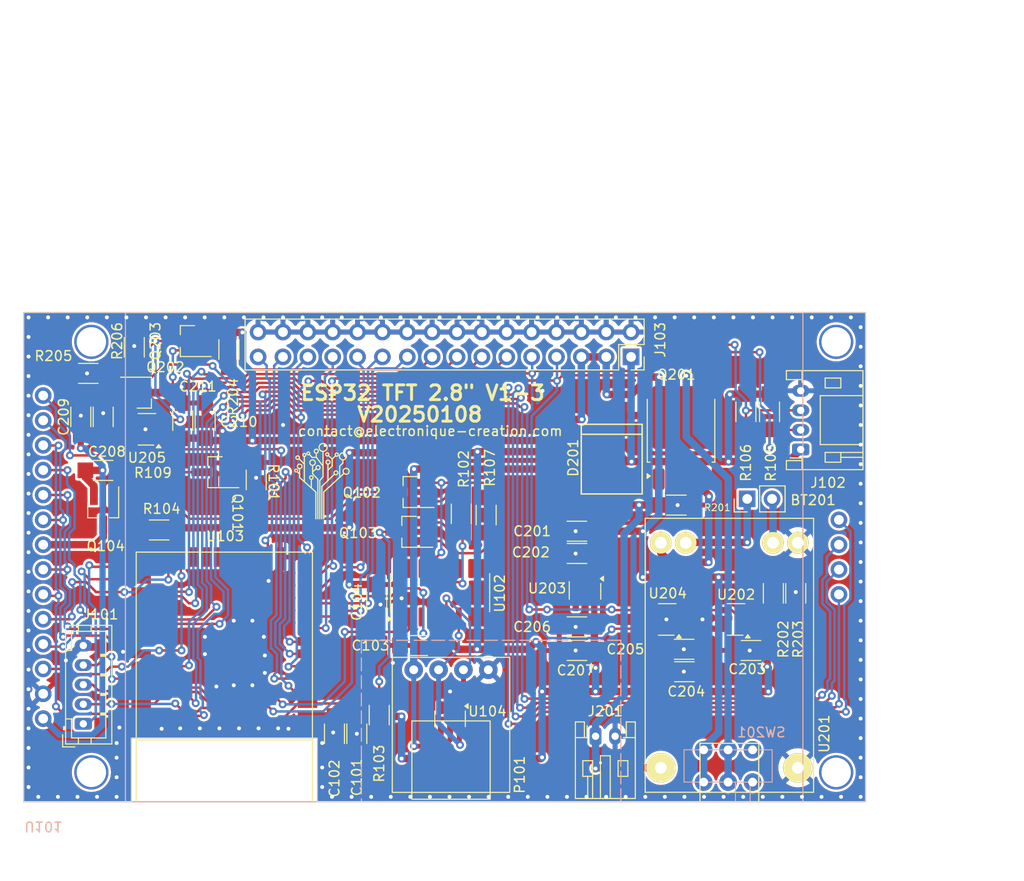
<source format=kicad_pcb>
(kicad_pcb (version 20240108) (generator "pcbnew") (generator_version "8.0")
  (title_block (date "2025-01-08") (rev "V1-3"))
  (layers (0 "F.Cu" signal) (31 "B.Cu" signal) (34 "B.Paste" user) (35 "F.Paste" user) (36 "B.SilkS" user "B.Silkscreen") (37 "F.SilkS" user "F.Silkscreen") (38 "B.Mask" user) (39 "F.Mask" user) (44 "Edge.Cuts" user))
  (net 0 "")
  (net 1 "GND")
  (net 2 "Net-(BT201-+)")
  (net 3 "Net-(BT201--)")
  (net 4 "+3V3")
  (net 5 "/IO0")
  (net 6 "/EN")
  (net 7 "/TX0_ESP")
  (net 8 "/RX0_ESP")
  (net 9 "+5V")
  (net 10 "/SCL")
  (net 11 "/SDA")
  (net 12 "Net-(Q201-D)")
  (net 13 "/TFT_RST")
  (net 14 "/BACKLIGHT")
  (net 15 "Net-(Q101-D)")
  (net 16 "+BATT")
  (net 17 "/TFT_CS")
  (net 18 "/TFT_DC")
  (net 19 "/MOSI")
  (net 20 "/CLK")
  (net 21 "/MISO")
  (net 22 "/TOUCH_CS")
  (net 23 "/TOUCH_IRQ")
  (net 24 "/SD_CS")
  (net 25 "/IO27")
  (net 26 "/IO39")
  (net 33 "/IO25")
  (net 34 "/IO34")
  (net 35 "/IO14")
  (net 36 "/IO17")
  (net 38 "/IO16")
  (net 39 "/IO36")
  (net 40 "/IO26")
  (net 41 "/IO33")
  (net 42 "Net-(Q102-B)")
  (net 43 "/DTR")
  (net 44 "Net-(Q103-B)")
  (net 45 "/RTS")
  (net 46 "Net-(U202-Vin+)")
  (net 47 "Net-(U202-Vin-)")
  (net 49 "VCC")
  (net 51 "Net-(P101-D+)")
  (net 52 "Net-(P101-D-)")
  (net 60 "Net-(Q202-D)")
  (net 61 "/EN_VCC")
  (net 62 "Net-(Q104-D)")
  (net 63 "Net-(Q203-D)")
  (net 66 "Net-(D201-K)")
  (footprint "Luc_Kicad:SOT-23_Handsoldering" (layer "F.Cu") (at 136.844 79.111 180)
    (property "Reference" "Q203")
    (property "Value" "DPM1045U" (hide yes))
  )
  (footprint "Luc_Kicad:CMS_1206" (layer "F.Cu") (at 136.336 87.239 90)
    (property "Reference" "C211")
    (property "Value" "100nF" (hide yes))
  )
  (footprint "Luc_Kicad:CMS_1206" (layer "F.Cu") (at 193.858 86.342 -90)
    (property "Reference" "R106")
    (property "Value" "4k7" (hide yes))
  )
  (footprint "Luc_Kicad:CMS_1206" (layer "F.Cu") (at 194.375 110.734)
    (property "Reference" "C203")
    (property "Value" "100nF" (hide yes))
  )
  (footprint "Luc_Kicad:SOT-23_Handsoldering" (layer "F.Cu") (at 159.474 98.603 180)
    (property "Reference" "Q103")
    (property "Value" "MMBT2222ALT1G" (hide yes))
  )
  (footprint "Luc_Kicad:CMS_1206" (layer "F.Cu") (at 156.402 117.338 90)
    (property "Reference" "R103")
    (property "Value" "10k" (hide yes))
  )
  (footprint "Package_TO_SOT_SMD:SOT-23-5_HandSoldering" (layer "F.Cu") (at 177.423 104.591 -90)
    (property "Reference" "U203")
    (property "Value" "RT9080")
  )
  (footprint "Connector_JST:JST_PH_B5B-PH-K_1x05_P2.00mm_Vertical" (layer "F.Cu") (at 126.176 118.226 90)
    (property "Reference" "J101")
    (property "Value" "B5B-PH-K-S(LF)(SN)")
  )
  (footprint "Luc_Kicad:CMS_1206" (layer "F.Cu") (at 141.045 79.968 90)
    (property "Reference" "R204")
    (property "Value" "10k" (hide yes))
  )
  (footprint "Package_TO_SOT_SMD:TO-252-2" (layer "F.Cu") (at 187.232 88.177 90)
    (property "Reference" "Q201")
    (property "Value" "xxxx")
  )
  (footprint "Luc_Kicad:CMS_1206" (layer "F.Cu") (at 160.339 110.226)
    (property "Reference" "C103")
    (property "Value" "100nF" (hide yes))
  )
  (footprint "Package_TO_SOT_SMD:SOT-23-5_HandSoldering" (layer "F.Cu") (at 185.819 107.559 180)
    (property "Reference" "U204")
    (property "Value" "MCP3221")
  )
  (footprint "Luc_Kicad:CMS_1206" (layer "F.Cu") (at 176.607 100.818 180)
    (property "Reference" "C202")
    (property "Value" "100nF" (hide yes))
  )
  (footprint "Luc_Kicad:CMS_1206" (layer "F.Cu") (at 196.271 86.342 -90)
    (property "Reference" "R105")
    (property "Value" "4k7" (hide yes))
  )
  (footprint "Luc_Kicad:CMS_1206" (layer "F.Cu") (at 176.595 108.321)
    (property "Reference" "C206")
    (property "Value" "10UF" (hide yes))
  )
  (footprint "Luc_Kicad:SOT-23_Handsoldering" (layer "F.Cu") (at 139.662 92.512 180)
    (property "Reference" "Q101")
    (property "Value" "BSS138" (hide yes))
  )
  (footprint "Luc_Kicad:CMS_1206" (layer "F.Cu") (at 138.622 87.239 -90)
    (property "Reference" "C210")
    (property "Value" "10UF" (hide yes))
  )
  (footprint "Luc_Kicad:CMS_1206" (layer "F.Cu") (at 143.839 93.303 90)
    (property "Reference" "R101")
    (property "Value" "10k" (hide yes))
  )
  (footprint "Luc_Kicad:CMS_1206" (layer "F.Cu") (at 167.324 96.891 90)
    (property "Reference" "R107")
    (property "Value" "12k" (hide yes))
  )
  (footprint "Luc_Kicad:CMS_1206" (layer "F.Cu") (at 133.923 98.415 180)
    (property "Reference" "R104")
    (property "Value" "10k" (hide yes))
  )
  (footprint "Package_TO_SOT_SMD:SOT-23-6" (layer "F.Cu") (at 163.641 117.719 -90)
    (property "Reference" "U104")
    (property "Value" "SRV05-4")
  )
  (footprint "Luc_Kicad:SOT-23_Handsoldering" (layer "F.Cu") (at 132.375 84.384)
    (property "Reference" "Q202")
    (property "Value" "BSS138" (hide yes))
  )
  (footprint "Luc_Kicad:CMS_1206" (layer "F.Cu") (at 198.947 104.892 -90)
    (property "Reference" "R203")
    (property "Value" "R" (hide yes))
  )
  (footprint "Luc_Kicad:SOT-23_Handsoldering" (layer "F.Cu") (at 128.208 96.407 -90)
    (property "Reference" "Q104")
    (property "Value" "Q_PMOS_GSD" (hide yes))
  )
  (footprint "Luc_Kicad:DO-214AB_HANDSOLDERING" (layer "F.Cu") (at 180.151 91.176 -90)
    (property "Reference" "D201")
    (property "Value" "SS34")
  )
  (footprint "Luc_Kicad:CMS_1206" (layer "F.Cu") (at 187.581 112.903)
    (property "Reference" "C204")
    (property "Value" "10UF" (hide yes))
  )
  (footprint "Connector_PinSocket_2.54mm:PinSocket_2x16_P2.54mm_Vertical" (layer "F.Cu") (at 182.13 80.73 -90)
    (property "Reference" "J103")
    (property "Value" "Conn_02x16_Odd_Even")
  )
  (footprint "Luc_Kicad:SOT-23_Handsoldering" (layer "F.Cu") (at 159.601 94.539 180)
    (property "Reference" "Q102")
    (property "Value" "MMBT2222ALT1G" (hide yes))
  )
  (footprint "Luc_Kicad:MODULE_CHARGER_LIPO_WITH_PROTECTION" (layer "F.Cu") (at 191.519 122.723 90)
    (property "Reference" "U201")
    (property "Value" "MODULE_CHARGER_LIPO_WITH_PROTECTION" (hide yes))
  )
  (footprint "Luc_Kicad:CMS_1206" (layer "F.Cu") (at 164.784 96.764 -90)
    (property "Reference" "R102")
    (property "Value" "12k" (hide yes))
  )
  (footprint "Luc_Kicad:CMS_1206" (layer "F.Cu") (at 186.755 95.875)
    (property "Reference" "R201")
    (property "Value" "10k" (hide yes))
  )
  (footprint "Connector_JST:JST_PH_S2B-PH-K_1x02_P2.00mm_Horizontal" (layer "F.Cu") (at 178.5 119.497)
    (property "Reference" "J201")
    (property "Value" "CONN_01X02")
  )
  (footprint "Luc_Kicad:CMS_1206" (layer "F.Cu") (at 176.595 110.734 180)
    (property "Reference" "C207")
    (property "Value" "100nF" (hide yes))
  )
  (footprint "Luc_Kicad:PetitLogo" (layer "F.Cu") (at 149.925 97.272)
    (property "Reference" "L101" (hide yes))
    (property "Value" "LOGO" (hide yes))
  )
  (footprint "Package_TO_SOT_SMD:SOT-23-5_HandSoldering" (layer "F.Cu") (at 192.851 107.559 180)
    (property "Reference" "U202")
    (property "Value" "MCP6001R")
  )
  (footprint "Luc_Kicad:CMS_1206" (layer "F.Cu") (at 154.116 119.243 -90)
    (property "Reference" "C101")
    (property "Value" "CC1206KKX7R7BB106" (hide yes))
  )
  (footprint "Luc_Kicad:CMS_1206" (layer "F.Cu") (at 187.549 110.607)
    (property "Reference" "C205")
    (property "Value" "100nF" (hide yes))
  )
  (footprint "Luc_Kicad:CMS_1206" (layer "F.Cu") (at 126.684 82.413)
    (property "Reference" "R205")
    (property "Value" "10k" (hide yes))
  )
  (footprint "Luc_Kicad:CMS_1206" (layer "F.Cu") (at 125.922 86.858 90)
    (property "Reference" "C209")
    (property "Value" "100nF" (hide yes))
  )
  (footprint "Connector_PinHeader_2.54mm:PinHeader_1x02_P2.54mm_Vertical" (layer "F.Cu") (at 193.989 95.24 90)
    (property "Reference" "BT201")
    (property "Value" "Battery_Cell")
  )
  (footprint "Luc_Kicad:CMS_1206" (layer "F.Cu") (at 131.383 79.746 90)
    (property "Reference" "R206")
    (property "Value" "10k" (hide yes))
  )
  (footprint "Luc_Kicad:CMS_1206" (layer "F.Cu") (at 128.196 92.329)
    (property "Reference" "R109")
    (property "Value" "10k" (hide yes))
  )
  (footprint "Luc_Kicad:USB_C_Module" (layer "F.Cu") (at 157.736 111.434)
    (property "Reference" "P101")
    (property "Value" "USB_C_Module")
  )
  (footprint "Luc_Kicad:CMS_1206" (layer "F.Cu") (at 156.148 105.781 90)
    (property "Reference" "C104")
    (property "Value" "100nF" (hide yes))
  )
  (footprint "Luc_Kicad:ESP32-WROOM-JLCPCB" (layer "F.Cu") (at 149.58 100.68 180)
    (property "Reference" "U103")
    (property "Value" "ESP32_WROOM" (hide yes))
  )
  (footprint "Package_TO_SOT_SMD:SOT-23-5_HandSoldering" (layer "F.Cu") (at 132.675 88.128 180)
    (property "Reference" "U205")
    (property "Value" "RT9080")
  )
  (footprint "Luc_Kicad:CMS_1206" (layer "F.Cu") (at 128.208 86.858 -90)
    (property "Reference" "C208")
    (property "Value" "10UF" (hide yes))
  )
  (footprint "Luc_Kicad:CMS_1206" (layer "F.Cu") (at 151.83 119.243 -90)
    (property "Reference" "C102")
    (property "Value" "100nF" (hide yes))
  )
  (footprint "Luc_Kicad:CMS_1206" (layer "F.Cu") (at 196.661 104.892 -90)
    (property "Reference" "R202")
    (property "Value" "R" (hide yes))
  )
  (footprint "Connector_JST:JST_PH_S4B-PH-K_1x04_P2.00mm_Horizontal" (layer "F.Cu") (at 199.455 90.191 90)
    (property "Reference" "J102")
    (property "Value" "Conn_01x04")
  )
  (footprint "Luc_Kicad:CMS_1206" (layer "F.Cu") (at 176.595 98.542)
    (property "Reference" "C201")
    (property "Value" "10UF" (hide yes))
  )
  (footprint "Package_SO:SOIC-16_3.9x9.9mm_P1.27mm" (layer "F.Cu") (at 162.625 104.83 90)
    (property "Reference" "U102")
    (property "Value" "CH340C")
  )
  (footprint "Luc_Kicad:JS202011AQN" (layer "B.Cu") (at 192.04 122.536 180)
    (property "Reference" "SW201")
    (property "Value" "JS202011AQN" (hide yes))
  )
  (footprint "Luc_Kicad:TFT_28" (layer "B.Cu") (at 120.08 126.19)
    (property "Reference" "U101")
    (property "Value" "~" (hide yes))
  )
  (gr_line (start 150.08 126.19) (end 206.08 126.19) (stroke (width 0.1)) (layer "Edge.Cuts"))
  (gr_line (start 120.08 76.19) (end 120.08 126.19) (stroke (width 0.1)) (layer "Edge.Cuts"))
  (gr_line (start 206.08 76.19) (end 120.08 76.19) (stroke (width 0.1)) (layer "Edge.Cuts"))
  (gr_line (start 131.08 119.69) (end 150.08 119.69) (stroke (width 0.1)) (layer "Edge.Cuts"))
  (gr_line (start 120.08 126.19) (end 131.08 126.19) (stroke (width 0.1)) (layer "Edge.Cuts"))
  (gr_line (start 206.08 126.19) (end 206.08 76.19) (stroke (width 0.1)) (layer "Edge.Cuts"))
  (gr_line (start 150.08 119.69) (end 150.08 126.19) (stroke (width 0.1)) (layer "Edge.Cuts"))
  (gr_line (start 131.08 126.19) (end 131.08 119.69) (stroke (width 0.1)) (layer "Edge.Cuts"))
  (gr_text "V20250108" (at 153.989 87.493 0) (layer "F.SilkS") (effects (font (size 1.5 1.5) (thickness 0.3) (bold yes)) (justify left bottom)))
  (gr_text "contact@electronique-creation.com" (at 148.02 88.89 0) (layer "F.SilkS") (effects (font (size 1 1)) (justify left bottom)))
  (gr_text "ESP32 TFT 2.8{dblquote} V1-3" (at 148.222812 85.287 0) (layer "F.SilkS") (effects (font (size 1.5 1.5) (thickness 0.3) (bold yes)) (justify left bottom)))
  (segment (start 138.614 109.355) (end 139.745 109.355) (width 0.762) (layer "F.Cu") (net 1))
  (segment (start 144.713 113.025) (end 144.718 113.02) (width 0.762) (layer "F.Cu") (net 1))
  (segment (start 143.415 113.025) (end 144.713 113.025) (width 0.762) (layer "F.Cu") (net 1))
  (segment (start 141.58 114.253) (end 141.543 114.29) (width 0.762) (layer "F.Cu") (net 1))
  (segment (start 143.415 109.355) (end 144.599 109.355) (width 0.762) (layer "F.Cu") (net 1))
  (segment (start 187.507 110.597) (end 187.517 110.607) (width 0.635) (layer "F.Cu") (net 1))
  (segment (start 128.218 86.467) (end 128.218 85.048) (width 0.762) (layer "F.Cu") (net 1))
  (segment (start 139.745 111.19) (end 139.745 113.025) (width 0.762) (layer "F.Cu") (net 1))
  (segment (start 174.785 108.311) (end 176.458 108.311) (width 0.635) (layer "F.Cu") (net 1))
  (segment (start 143.415 109.355) (end 143.415 107.719) (width 0.762) (layer "F.Cu") (net 1))
  (segment (start 151.84 119.253) (end 151.703 119.116) (width 0.762) (layer "F.Cu") (net 1))
  (segment (start 158.529 110.216) (end 158.529 111.274) (width 0.635) (layer "F.Cu") (net 1))
  (segment (start 185.739 110.597) (end 187.507 110.597) (width 0.635) (layer "F.Cu") (net 1))
  (segment (start 139.745 113.025) (end 141.58 113.025) (width 0.762) (layer "F.Cu") (net 1))
  (segment (start 174.817 100.828) (end 176.468 100.828) (width 0.762) (layer "F.Cu") (net 1))
  (segment (start 124.874 82.403) (end 126.547 82.403) (width 0.762) (layer "F.Cu") (net 1))
  (segment (start 138.632 86.534) (end 138.632 85.429) (width 0.762) (layer "F.Cu") (net 1))
  (segment (start 176.458 98.532) (end 176.468 98.542) (width 0.762) (layer "F.Cu") (net 1))
  (segment (start 177.423 103.241) (end 177.423 102.082) (width 0.508) (layer "F.Cu") (net 1))
  (segment (start 176.458 108.311) (end 176.468 108.321) (width 0.635) (layer "F.Cu") (net 1))
  (segment (start 131.373 79.609) (end 131.383 79.619) (width 0.762) (layer "F.Cu") (net 1))
  (segment (start 129.478 85.334) (end 129.192 85.048) (width 0.762) (layer "F.Cu") (net 1))
  (segment (start 194.238 110.724) (end 194.248 110.734) (width 0.635) (layer "F.Cu") (net 1))
  (segment (start 144.666 111.19) (end 144.718 111.242) (width 0.762) (layer "F.Cu") (net 1))
  (segment (start 141.58 113.025) (end 143.415 113.025) (width 0.762) (layer "F.Cu") (net 1))
  (segment (start 176.468 101.127) (end 176.468 100.828) (width 0.508) (layer "F.Cu") (net 1))
  (segment (start 176.458 110.744) (end 176.468 110.734) (width 0.635) (layer "F.Cu") (net 1))
  (segment (start 143.415 111.19) (end 141.58 111.19) (width 0.762) (layer "F.Cu") (net 1))
  (segment (start 141.58 113.025) (end 141.58 114.253) (width 0.762) (layer "F.Cu") (net 1))
  (segment (start 143.415 113.025) (end 143.415 114.257) (width 0.762) (layer "F.Cu") (net 1))
  (segment (start 129.192 85.048) (end 128.218 85.048) (width 0.762) (layer "F.Cu") (net 1))
  (segment (start 134.132 118.69) (end 134.177 118.735) (width 0.762) (layer "F.Cu") (net 1))
  (segment (start 134.025 88.128) (end 132.526 88.128) (width 0.508) (layer "F.Cu") (net 1))
  (segment (start 138.681003 111.19) (end 138.596 111.104997) (width 0.762) (layer "F.Cu") (net 1))
  (segment (start 141.58 109.355) (end 141.58 107.723) (width 0.762) (layer "F.Cu") (net 1))
  (segment (start 156.138 106.426) (end 156.529 106.035) (width 0.762) (layer "F.Cu") (net 1))
  (segment (start 139.745 113.025) (end 139.745 114.397) (width 0.762) (layer "F.Cu") (net 1))
  (segment (start 139.745 114.397) (end 139.765 114.417) (width 0.762) (layer "F.Cu") (net 1))
  (segment (start 198.957 104.755) (end 198.947 104.765) (width 0.635) (layer "F.Cu") (net 1))
  (segment (start 128.208 86.477) (end 128.218 86.467) (width 0.762) (layer "F.Cu") (net 1))
  (segment (start 143.415 107.719) (end 143.448 107.686) (width 0.762) (layer "F.Cu") (net 1))
  (segment (start 174.785 98.532) (end 176.458 98.532) (width 0.762) (layer "F.Cu") (net 1))
  (segment (start 136.326 83.927) (end 136.209 83.81) (width 0.762) (layer "F.Cu") (net 1))
  (segment (start 192.565 110.724) (end 194.238 110.724) (width 0.635) (layer "F.Cu") (net 1))
  (segment (start 150.814 119.116) (end 151.703 119.116) (width 0.762) (layer "F.Cu") (net 1))
  (segment (start 139.745 109.355) (end 139.745 111.19) (width 0.762) (layer "F.Cu") (net 1))
  (segment (start 132.08 118.69) (end 129.941 118.69) (width 0.762) (layer "F.Cu") (net 1))
  (segment (start 151.84 121.033) (end 151.84 119.253) (width 0.762) (layer "F.Cu") (net 1))
  (segment (start 129.941 118.69) (end 129.859 118.608) (width 0.762) (layer "F.Cu") (net 1))
  (segment (start 126.3925 110.4425) (end 129.8215 110.4425) (width 0.635) (layer "F.Cu") (net 1))
  (segment (start 141.58 113.025) (end 141.58 111.19) (width 0.762) (layer "F.Cu") (net 1))
  (segment (start 186.892 95.865) (end 186.882 95.875) (width 0.635) (layer "F.Cu") (net 1))
  (segment (start 139.745 111.19) (end 138.681003 111.19) (width 0.762) (layer "F.Cu") (net 1))
  (segment (start 143.415 109.355) (end 143.415 111.19) (width 0.762) (layer "F.Cu") (net 1))
  (segment (start 143.415 114.257) (end 143.448 114.29) (width 0.762) (layer "F.Cu") (net 1))
  (segment (start 188.545 95.865) (end 186.892 95.865) (width 0.635) (layer "F.Cu") (net 1))
  (segment (start 138.596 109.337) (end 138.614 109.355) (width 0.762) (layer "F.Cu") (net 1))
  (segment (start 141.162 91.562) (end 143.78 91.562) (width 0.762) (layer "F.Cu") (net 1))
  (segment (start 139.745 109.355) (end 141.58 109.355) (width 0.762) (layer "F.Cu") (net 1))
  (segment (start 130.875 85.334) (end 129.478 85.334) (width 0.762) (layer "F.Cu") (net 1))
  (segment (start 143.415 113.025) (end 143.415 111.19) (width 0.762) (layer "F.Cu") (net 1))
  (segment (start 156.138 107.591) (end 156.138 106.426) (width 0.762) (layer "F.Cu") (net 1))
  (segment (start 154.126 119.253) (end 154.116 119.243) (width 0.762) (layer "F.Cu") (net 1))
  (segment (start 185.771 112.893) (end 187.517 112.893) (width 0.635) (layer "F.Cu") (net 1))
  (segment (start 132.08 118.69) (end 134.132 118.69) (width 0.762) (layer "F.Cu") (net 1))
  (segment (start 143.415 111.19) (end 144.666 111.19) (width 0.762) (layer "F.Cu") (net 1))
  (segment (start 198.957 103.082) (end 198.957 104.755) (width 0.635) (layer "F.Cu") (net 1))
  (segment (start 146.295 101.18) (end 146.295 102.426) (width 0.762) (layer "F.Cu") (net 1))
  (segment (start 126.547 82.403) (end 126.557 82.413) (width 0.762) (layer "F.Cu") (net 1))
  (segment (start 191.501 108.509) (end 190.372 108.509) (width 0.635) (layer "F.Cu") (net 1))
  (segment (start 141.58 111.19) (end 141.58 109.355) (width 0.762) (layer "F.Cu") (net 1))
  (segment (start 125.912 86.721) (end 125.912 85.068) (width 0.762) (layer "F.Cu") (net 1))
  (segment (start 131.373 77.956) (end 131.373 79.609) (width 0.762) (layer "F.Cu") (net 1))
  (segment (start 177.423 102.082) (end 176.468 101.127) (width 0.508) (layer "F.Cu") (net 1))
  (segment (start 154.126 121.033) (end 154.126 119.253) (width 0.762) (layer "F.Cu") (net 1))
  (segment (start 149.08 118.69) (end 147.176 118.69) (width 0.762) (layer "F.Cu") (net 1))
  (segment (start 190.372 108.509) (end 189.422 107.559) (width 0.635) (layer "F.Cu") (net 1))
  (segment (start 143.829 91.513) (end 143.829 93.081) (width 0.762) (layer "F.Cu") (net 1))
  (segment (start 174.805 110.744) (end 176.458 110.744) (width 0.635) (layer "F.Cu") (net 1))
  (segment (start 144.599 109.355) (end 144.617 109.337) (width 0.762) (layer "F.Cu") (net 1))
  (segment (start 146.295 102.426) (end 145.099 103.622) (width 0.762) (layer "F.Cu") (net 1))
  (segment (start 149.08 118.69) (end 150.388 118.69) (width 0.762) (layer "F.Cu") (net 1))
  (segment (start 158.18 105.908) (end 158.688 105.4) (width 0.508) (layer "F.Cu") (net 1))
  (segment (start 158.18 107.305) (end 158.18 105.908) (width 0.508) (layer "F.Cu") (net 1))
  (segment (start 140.4 88.302) (end 138.632 86.534) (width 0.762) (layer "F.Cu") (net 1))
  (segment (start 187.169 107.559) (end 185.739 107.559) (width 0.635) (layer "F.Cu") (net 1))
  (segment (start 125.922 86.731) (end 125.912 86.721) (width 0.762) (layer "F.Cu") (net 1))
  (segment (start 150.388 118.69) (end 150.814 119.116) (width 0.762) (layer "F.Cu") (net 1))
  (segment (start 163.641 116.5815) (end 163.641 114.925) (width 0.508) (layer "F.Cu") (net 1))
  (segment (start 141.58 107.723) (end 141.543 107.686) (width 0.762) (layer "F.Cu") (net 1))
  (segment (start 158.529 111.274) (end 157.799 112.004) (width 0.635) (layer "F.Cu") (net 1))
  (segment (start 136.326 85.449) (end 136.326 83.927) (width 0.762) (layer "F.Cu") (net 1))
  (segment (start 141.58 109.355) (end 143.415 109.355) (width 0.762) (layer "F.Cu") (net 1))
  (segment (start 129.8215 110.4425) (end 130.24 110.861) (width 0.635) (layer "F.Cu") (net 1))
  (segment (start 141.58 111.19) (end 139.745 111.19) (width 0.762) (layer "F.Cu") (net 1))
  (segment (start 147.176 118.69) (end 147.131 118.735) (width 0.762) (layer "F.Cu") (net 1))
  (via (at 205.58 109.69) (size 0.8) (drill 0.4) (layers "F.Cu" "B.Cu") (net 1))
  (via (at 150.58 124.69) (size 0.8) (drill 0.4) (layers "F.Cu" "B.Cu") (net 1))
  (via (at 120.58 114.69) (size 0.8) (drill 0.4) (layers "F.Cu" "B.Cu") (net 1))
  (via (at 120.58 84.69) (size 0.8) (drill 0.4) (layers "F.Cu" "B.Cu") (net 1))
  (via (at 151.703 119.116) (size 0.8) (drill 0.4) (layers "F.Cu" "B.Cu") (net 1))
  (via (at 205.58 115.69) (size 0.8) (drill 0.4) (layers "F.Cu" "B.Cu") (net 1))
  (via (at 205.58 113.69) (size 0.8) (drill 0.4) (layers "F.Cu" "B.Cu") (net 1))
  (via (at 174.58 76.69) (size 0.8) (drill 0.4) (layers "F.Cu" "B.Cu") (net 1))
  (via (at 186.882 95.875) (size 0.8) (drill 0.4) (layers "F.Cu" "B.Cu") (net 1))
  (via (at 141.543 107.686) (size 0.8) (drill 0.4) (layers "F.Cu" "B.Cu") (net 1))
  (via (at 120.58 78.69) (size 0.8) (drill 0.4) (layers "F.Cu" "B.Cu") (net 1))
  (via (at 139.765 114.417) (size 0.8) (drill 0.4) (layers "F.Cu" "B.Cu") (net 1))
  (via (at 144.08 118.69) (size 0.8) (drill 0.4) (layers "F.Cu" "B.Cu") (net 1))
  (via (at 127.58 125.69) (size 0.8) (drill 0.4) (layers "F.Cu" "B.Cu") (net 1))
  (via (at 205.58 93.69) (size 0.8) (drill 0.4) (layers "F.Cu" "B.Cu") (net 1))
  (via (at 143.448 107.686) (size 0.8) (drill 0.4) (layers "F.Cu" "B.Cu") (net 1))
  (via (at 198.58 76.69) (size 0.8) (drill 0.4) (layers "F.Cu" "B.Cu") (net 1))
  (via (at 123.58 125.69) (size 0.8) (drill 0.4) (layers "F.Cu" "B.Cu") (net 1))
  (via (at 128.58 76.69) (size 0.8) (drill 0.4) (layers "F.Cu" "B.Cu") (net 1))
  (via (at 120.58 100.69) (size 0.8) (drill 0.4) (layers "F.Cu" "B.Cu") (net 1))
  (via (at 205.58 89.69) (size 0.8) (drill 0.4) (layers "F.Cu" "B.Cu") (net 1))
  (via (at 140.08 118.69) (size 0.8) (drill 0.4) (layers "F.Cu" "B.Cu") (net 1))
  (via (at 157.58 125.69) (size 0.8) (drill 0.4) (layers "F.Cu" "B.Cu") (net 1))
  (via (at 120.58 82.69) (size 0.8) (drill 0.4) (layers "F.Cu" "B.Cu") (net 1))
  (via (at 129.58 125.69) (size 0.8) (drill 0.4) (layers "F.Cu" "B.Cu") (net 1))
  (via (at 163.58 125.69) (size 0.8) (drill 0.4) (layers "F.Cu" "B.Cu") (net 1))
  (via (at 205.58 95.69) (size 0.8) (drill 0.4) (layers "F.Cu" "B.Cu") (net 1))
  (via (at 184.58 76.69) (size 0.8) (drill 0.4) (layers "F.Cu" "B.Cu") (net 1))
  (via (at 134.177 118.735) (size 0.8) (drill 0.4) (layers "F.Cu" "B.Cu") (net 1))
  (via (at 203.58 125.69) (size 0.8) (drill 0.4) (layers "F.Cu" "B.Cu") (net 1))
  (via (at 126.58 76.69) (size 0.8) (drill 0.4) (layers "F.Cu" "B.Cu") (net 1))
  (via (at 172.58 76.69) (size 0.8) (drill 0.4) (layers "F.Cu" "B.Cu") (net 1))
  (via (at 205.58 85.69) (size 0.8) (drill 0.4) (layers "F.Cu" "B.Cu") (net 1))
  (via (at 183.58 125.69) (size 0.8) (drill 0.4) (layers "F.Cu" "B.Cu") (net 1))
  (via (at 205.58 121.69) (size 0.8) (drill 0.4) (layers "F.Cu" "B.Cu") (net 1))
  (via (at 120.58 104.69) (size 0.8) (drill 0.4) (layers "F.Cu" "B.Cu") (net 1))
  (via (at 129.58 121.69) (size 0.8) (drill 0.4) (layers "F.Cu" "B.Cu") (net 1))
  (via (at 136.58 76.69) (size 0.8) (drill 0.4) (layers "F.Cu" "B.Cu") (net 1))
  (via (at 182.58 76.69) (size 0.8) (drill 0.4) (layers "F.Cu" "B.Cu") (net 1))
  (via (at 194.58 76.69) (size 0.8) (drill 0.4) (layers "F.Cu" "B.Cu") (net 1))
  (via (at 196.58 76.69) (size 0.8) (drill 0.4) (layers "F.Cu" "B.Cu") (net 1))
  (via (at 205.58 87.69) (size 0.8) (drill 0.4) (layers "F.Cu" "B.Cu") (net 1))
  (via (at 146.58 76.69) (size 0.8) (drill 0.4) (layers "F.Cu" "B.Cu") (net 1))
  (via (at 176.468 110.734) (size 0.8) (drill 0.4) (layers "F.Cu" "B.Cu") (net 1))
  (via (at 120.58 96.69) (size 0.8) (drill 0.4) (layers "F.Cu" "B.Cu") (net 1))
  (via (at 167.58 125.69) (size 0.8) (drill 0.4) (layers "F.Cu" "B.Cu") (net 1))
  (via (at 160.58 76.69) (size 0.8) (drill 0.4) (layers "F.Cu" "B.Cu") (net 1))
  (via (at 150.58 122.69) (size 0.8) (drill 0.4) (layers "F.Cu" "B.Cu") (net 1))
  (via (at 146.08 118.69) (size 0.8) (drill 0.4) (layers "F.Cu" "B.Cu") (net 1))
  (via (at 120.58 108.69) (size 0.8) (drill 0.4) (layers "F.Cu" "B.Cu") (net 1))
  (via (at 126.557 82.413) (size 0.8) (drill 0.4) (layers "F.Cu" "B.Cu") (net 1))
  (via (at 136.08 118.69) (size 0.8) (drill 0.4) (layers "F.Cu" "B.Cu") (net 1))
  (via (at 120.58 90.69) (size 0.8) (drill 0.4) (layers "F.Cu" "B.Cu") (net 1))
  (via (at 120.58 124.69) (size 0.8) (drill 0.4) (layers "F.Cu" "B.Cu") (net 1))
  (via (at 136.209 83.81) (size 0.8) (drill 0.4) (layers "F.Cu" "B.Cu") (net 1))
  (via (at 138.08 118.69) (size 0.8) (drill 0.4) (layers "F.Cu" "B.Cu") (net 1))
  (via (at 121.58 125.69) (size 0.8) (drill 0.4) (layers "F.Cu" "B.Cu") (net 1))
  (via (at 168.58 76.69) (size 0.8) (drill 0.4) (layers "F.Cu" "B.Cu") (net 1))
  (via (at 120.58 112.69) (size 0.8) (drill 0.4) (layers "F.Cu" "B.Cu") (net 1))
  (via (at 128.208 86.477) (size 0.8) (drill 0.4) (layers "F.Cu" "B.Cu") (net 1))
  (via (at 125.58 125.69) (size 0.8) (drill 0.4) (layers "F.Cu" "B.Cu") (net 1))
  (via (at 204.58 76.69) (size 0.8) (drill 0.4) (layers "F.Cu" "B.Cu") (net 1))
  (via (at 205.58 119.69) (size 0.8) (drill 0.4) (layers "F.Cu" "B.Cu") (net 1))
  (via (at 143.448 114.29) (size 0.8) (drill 0.4) (layers "F.Cu" "B.Cu") (net 1))
  (via (at 187.517 112.893) (size 0.8) (drill 0.4) (layers "F.Cu" "B.Cu") (net 1))
  (via (at 192.58 76.69) (size 0.8) (drill 0.4) (layers "F.Cu" "B.Cu") (net 1))
  (via (at 140.58 76.69) (size 0.8) (drill 0.4) (layers "F.Cu" "B.Cu") (net 1))
  (via (at 158.688 105.4) (size 0.8) (drill 0.4) (layers "F.Cu" "B.Cu") (net 1))
  (via (at 186.58 76.69) (size 0.8) (drill 0.4) (layers "F.Cu" "B.Cu") (net 1))
  (via (at 146.58 87.69) (size 0.8) (drill 0.4) (layers "F.Cu" "B.Cu") (net 1))
  (via (at 129.859 118.608) (size 0.8) (drill 0.4) (layers "F.Cu" "B.Cu") (net 1))
  (via (at 195.58 125.69) (size 0.8) (drill 0.4) (layers "F.Cu" "B.Cu") (net 1))
  (via (at 120.58 116.69) (size 0.8) (drill 0.4) (layers "F.Cu" "B.Cu") (net 1))
  (via (at 205.58 123.69) (size 0.8) (drill 0.4) (layers "F.Cu" "B.Cu") (net 1))
  (via (at 150.58 76.69) (size 0.8) (drill 0.4) (layers "F.Cu" "B.Cu") (net 1))
  (via (at 141.543 114.29) (size 0.8) (drill 0.4) (layers "F.Cu" "B.Cu") (net 1))
  (via (at 205.58 77.69) (size 0.8) (drill 0.4) (layers "F.Cu" "B.Cu") (net 1))
  (via (at 180.58 76.69) (size 0.8) (drill 0.4) (layers "F.Cu" "B.Cu") (net 1))
  (via (at 177.58 125.69) (size 0.8) (drill 0.4) (layers "F.Cu" "B.Cu") (net 1))
  (via (at 138.596 109.337) (size 0.8) (drill 0.4) (layers "F.Cu" "B.Cu") (net 1))
  (via (at 178.58 76.69) (size 0.8) (drill 0.4) (layers "F.Cu" "B.Cu") (net 1))
  (via (at 134.58 76.69) (size 0.8) (drill 0.4) (layers "F.Cu" "B.Cu") (net 1))
  (via (at 197.58 125.69) (size 0.8) (drill 0.4) (layers "F.Cu" "B.Cu") (net 1))
  (via (at 169.58 125.69) (size 0.8) (drill 0.4) (layers "F.Cu" "B.Cu") (net 1))
  (via (at 152.58 76.69) (size 0.8) (drill 0.4) (layers "F.Cu" "B.Cu") (net 1))
  (via (at 156.58 76.69) (size 0.8) (drill 0.4) (layers "F.Cu" "B.Cu") (net 1))
  (via (at 138.596 111.104997) (size 0.8) (drill 0.4) (layers "F.Cu" "B.Cu") (net 1))
  (via (at 193.58 125.69) (size 0.8) (drill 0.4) (layers "F.Cu" "B.Cu") (net 1))
  (via (at 144.718 111.242) (size 0.8) (drill 0.4) (layers "F.Cu" "B.Cu") (net 1))
  (via (at 122.58 76.69) (size 0.8) (drill 0.4) (layers "F.Cu" "B.Cu") (net 1))
  (via (at 176.58 76.69) (size 0.8) (drill 0.4) (layers "F.Cu" "B.Cu") (net 1))
  (via (at 205.58 105.69) (size 0.8) (drill 0.4) (layers "F.Cu" "B.Cu") (net 1))
  (via (at 185.58 125.69) (size 0.8) (drill 0.4) (layers "F.Cu" "B.Cu") (net 1))
  (via (at 162.58 76.69) (size 0.8) (drill 0.4) (layers "F.Cu" "B.Cu") (net 1))
  (via (at 176.468 108.321) (size 0.8) (drill 0.4) (layers "F.Cu" "B.Cu") (net 1))
  (via (at 189.58 125.69) (size 0.8) (drill 0.4) (layers "F.Cu" "B.Cu") (net 1))
  (via (at 175.58 125.69) (size 0.8) (drill 0.4) (layers "F.Cu" "B.Cu") (net 1))
  (via (at 120.58 120.69) (size 0.8) (drill 0.4) (layers "F.Cu" "B.Cu") (net 1))
  (via (at 142.08 118.69) (size 0.8) (drill 0.4) (layers "F.Cu" "B.Cu") (net 1))
  (via (at 191.58 125.69) (size 0.8) (drill 0.4) (layers "F.Cu" "B.Cu") (net 1))
  (via (at 144.617 109.337) (size 0.8) (drill 0.4) (layers "F.Cu" "B.Cu") (net 1))
  (via (at 120.58 80.69) (size 0.8) (drill 0.4) (layers "F.Cu" "B.Cu") (net 1))
  (via (at 120.58 88.69) (size 0.8) (drill 0.4) (layers "F.Cu" "B.Cu") (net 1))
  (via (at 148.58 76.69) (size 0.8) (drill 0.4) (layers "F.Cu" "B.Cu") (net 1))
  (via (at 161.58 125.69) (size 0.8) (drill 0.4) (layers "F.Cu" "B.Cu") (net 1))
  (via (at 130.24 110.861) (size 0.8) (drill 0.4) (layers "F.Cu" "B.Cu") (net 1))
  (via (at 143.829 93.081) (size 0.8) (drill 0.4) (layers "F.Cu" "B.Cu") (net 1))
  (via (at 145.099 103.622) (size 0.8) (drill 0.4) (layers "F.Cu" "B.Cu") (net 1))
  (via (at 120.58 94.69) (size 0.8) (drill 0.4) (layers "F.Cu" "B.Cu") (net 1))
  (via (at 205.58 99.69) (size 0.8) (drill 0.4) (layers "F.Cu" "B.Cu") (net 1))
  (via (at 179.58 125.69) (size 0.8) (drill 0.4) (layers "F.Cu" "B.Cu") (net 1))
  (via (at 132.58 76.69) (size 0.8) (drill 0.4) (layers "F.Cu" "B.Cu") (net 1))
  (via (at 158.58 76.69) (size 0.8) (drill 0.4) (layers "F.Cu" "B.Cu") (net 1))
  (via (at 201.58 125.69) (size 0.8) (drill 0.4) (layers "F.Cu" "B.Cu") (net 1))
  (via (at 120.58 106.69) (size 0.8) (drill 0.4) (layers "F.Cu" "B.Cu") (net 1))
  (via (at 163.641 114.925) (size 0.8) (drill 0.4) (layers "F.Cu" "B.Cu") (net 1))
  (via (at 124.398 111.75) (size 0.8) (drill 0.4) (layers "F.Cu" "B.Cu") (net 1))
  (via (at 190.58 76.69) (size 0.8) (drill 0.4) (layers "F.Cu" "B.Cu") (net 1))
  (via (at 173.08 84.19) (size 0.8) (drill 0.4) (layers "F.Cu" "B.Cu") (net 1))
  (via (at 154.116 119.243) (size 0.8) (drill 0.4) (layers "F.Cu" "B.Cu") (net 1))
  (via (at 202.58 76.69) (size 0.8) (drill 0.4) (layers "F.Cu" "B.Cu") (net 1))
  (via (at 205.58 83.69) (size 0.8) (drill 0.4) (layers "F.Cu" "B.Cu") (net 1))
  (via (at 159.58 125.69) (size 0.8) (drill 0.4) (layers "F.Cu" "B.Cu") (net 1))
  (via (at 120.58 98.69) (size 0.8) (drill 0.4) (layers "F.Cu" "B.Cu") (net 1))
  (via (at 120.58 86.69) (size 0.8) (drill 0.4) (layers "F.Cu" "B.Cu") (net 1))
  (via (at 205.58 81.69) (size 0.8) (drill 0.4) (layers "F.Cu" "B.Cu") (net 1))
  (via (at 132.526 88.128) (size 0.8) (drill 0.4) (layers "F.Cu" "B.Cu") (net 1))
  (via (at 194.248 110.734) (size 0.8) (drill 0.4) (layers "F.Cu" "B.Cu") (net 1))
  (via (at 205.58 117.69) (size 0.8) (drill 0.4) (layers "F.Cu" "B.Cu") (net 1))
  (via (at 120.58 118.69) (size 0.8) (drill 0.4) (layers "F.Cu" "B.Cu") (net 1))
  (via (at 157.799 112.004) (size 0.8) (drill 0.4) (layers "F.Cu" "B.Cu") (net 1))
  (via (at 187.58 125.69) (size 0.8) (drill 0.4) (layers "F.Cu" "B.Cu") (net 1))
  (via (at 147.131 118.735) (size 0.8) (drill 0.4) (layers "F.Cu" "B.Cu") (net 1))
  (via (at 205.58 91.69) (size 0.8) (drill 0.4) (layers "F.Cu" "B.Cu") (net 1))
  (via (at 140.4 88.302) (size 0.8) (drill 0.4) (layers "F.Cu" "B.Cu") (net 1))
  (via (at 205.58 111.69) (size 0.8) (drill 0.4) (layers "F.Cu" "B.Cu") (net 1))
  (via (at 164.58 76.69) (size 0.8) (drill 0.4) (layers "F.Cu" "B.Cu") (net 1))
  (via (at 165.58 125.69) (size 0.8) (drill 0.4) (layers "F.Cu" "B.Cu") (net 1))
  (via (at 142.58 76.69) (size 0.8) (drill 0.4) (layers "F.Cu" "B.Cu") (net 1))
  (via (at 138.58 76.69) (size 0.8) (drill 0.4) (layers "F.Cu" "B.Cu") (net 1))
  (via (at 144.58 76.69) (size 0.8) (drill 0.4) (layers "F.Cu" "B.Cu") (net 1))
  (via (at 205.58 107.69) (size 0.8) (drill 0.4) (layers "F.Cu" "B.Cu") (net 1))
  (via (at 205.58 103.69) (size 0.8) (drill 0.4) (layers "F.Cu" "B.Cu") (net 1))
  (via (at 205.58 97.69) (size 0.8) (drill 0.4) (layers "F.Cu" "B.Cu") (net 1))
  (via (at 155.58 125.69) (size 0.8) (drill 0.4) (layers "F.Cu" "B.Cu") (net 1))
  (via (at 199.58 125.69) (size 0.8) (drill 0.4) (layers "F.Cu" "B.Cu") (net 1))
  (via (at 189.422 107.559) (size 0.8) (drill 0.4) (layers "F.Cu" "B.Cu") (net 1))
  (via (at 125.922 86.731) (size 0.8) (drill 0.4) (layers "F.Cu" "B.Cu") (net 1))
  (via (at 120.58 110.69) (size 0.8) (drill 0.4) (layers "F.Cu" "B.Cu") (net 1))
  (via (at 129.58 120.19) (size 0.8) (drill 0.4) (layers "F.Cu" "B.Cu") (net 1))
  (via (at 154.58 76.69) (size 0.8) (drill 0.4) (layers "F.Cu" "B.Cu") (net 1))
  (via (at 129.58 123.69) (size 0.8) (drill 0.4) (layers "F.Cu" "B.Cu") (net 1))
  (via (at 171.58 125.69) (size 0.8) (drill 0.4) (layers "F.Cu" "B.Cu") (net 1))
  (via (at 170.58 76.69) (size 0.8) (drill 0.4) (layers "F.Cu" "B.Cu") (net 1))
  (via (at 173.58 125.69) (size 0.8) (drill 0.4) (layers "F.Cu" "B.Cu") (net 1))
  (via (at 166.58 76.69) (size 0.8) (drill 0.4) (layers "F.Cu" "B.Cu") (net 1))
  (via (at 198.947 104.765) (size 0.8) (drill 0.4) (layers "F.Cu" "B.Cu") (net 1))
  (via (at 131.383 79.619) (size 0.8) (drill 0.4) (layers "F.Cu" "B.Cu") (net 1))
  (via (at 120.58 76.69) (size 0.8) (drill 0.4) (layers "F.Cu" "B.Cu") (net 1))
  (via (at 130.58 76.69) (size 0.8) (drill 0.4) (layers "F.Cu" "B.Cu") (net 1))
  (via (at 120.58 122.69) (size 0.8) (drill 0.4) (layers "F.Cu" "B.Cu") (net 1))
  (via (at 176.468 98.542) (size 0.8) (drill 0.4) (layers "F.Cu" "B.Cu") (net 1))
  (via (at 153.58 125.69) (size 0.8) (drill 0.4) (layers "F.Cu" "B.Cu") (net 1))
  (via (at 120.58 92.69) (size 0.8) (drill 0.4) (layers "F.Cu" "B.Cu") (net 1))
  (via (at 144.718 113.02) (size 0.8) (drill 0.4) (layers "F.Cu" "B.Cu") (net 1))
  (via (at 124.58 76.69) (size 0.8) (drill 0.4) (layers "F.Cu" "B.Cu") (net 1))
  (via (at 181.58 125.69) (size 0.8) (drill 0.4) (layers "F.Cu" "B.Cu") (net 1))
  (via (at 150.58 120.19) (size 0.8) (drill 0.4) (layers "F.Cu" "B.Cu") (net 1))
  (via (at 205.58 125.69) (size 0.8) (drill 0.4) (layers "F.Cu" "B.Cu") (net 1))
  (via (at 176.468 100.828) (size 0.8) (drill 0.4) (layers "F.Cu" "B.Cu") (net 1))
  (via (at 205.58 79.69) (size 0.8) (drill 0.4) (layers "F.Cu" "B.Cu") (net 1))
  (via (at 205.58 101.69) (size 0.8) (drill 0.4) (layers "F.Cu" "B.Cu") (net 1))
  (via (at 120.58 102.69) (size 0.8) (drill 0.4) (layers "F.Cu" "B.Cu") (net 1))
  (via (at 156.529 106.035) (size 0.8) (drill 0.4) (layers "F.Cu" "B.Cu") (net 1))
  (via (at 200.58 76.69) (size 0.8) (drill 0.4) (layers "F.Cu" "B.Cu") (net 1))
  (via (at 151.58 125.69) (size 0.8) (drill 0.4) (layers "F.Cu" "B.Cu") (net 1))
  (via (at 187.517 110.607) (size 0.8) (drill 0.4) (layers "F.Cu" "B.Cu") (net 1))
  (via (at 188.58 76.69) (size 0.8) (drill 0.4) (layers "F.Cu" "B.Cu") (net 1))
  (via (at 185.739 107.559) (size 0.8) (drill 0.4) (layers "F.Cu" "B.Cu") (net 1))
  (segment (start 125.922 110.226) (end 124.398 111.75) (width 0.762) (layer "B.Cu") (net 1))
  (segment (start 193.994 99.685) (end 187.747 99.685) (width 0.762) (layer "F.Cu") (net 2))
  (via (at 193.994 99.685) (size 0.8) (drill 0.4) (layers "F.Cu" "B.Cu") (net 2))
  (segment (start 193.989 99.68) (end 193.994 99.685) (width 0.762) (layer "B.Cu") (net 2))
  (segment (start 193.989 95.24) (end 193.989 99.68) (width 0.762) (layer "B.Cu") (net 2))
  (segment (start 196.629 99.723) (end 196.629 95.34) (width 0.762) (layer "B.Cu") (net 3))
  (segment (start 156.138 103.991) (end 157.811 103.991) (width 0.508) (layer "F.Cu") (net 4))
  (segment (start 166.324188 90.524812) (end 166.435 90.414) (width 0.762) (layer "F.Cu") (net 4))
  (segment (start 178.5 114.925) (end 189.549 114.925) (width 0.762) (layer "F.Cu") (net 4))
  (segment (start 153.366 103.991) (end 153.354 104.003) (width 0.762) (layer "F.Cu") (net 4))
  (segment (start 187.169 108.509) (end 188.721 108.509) (width 0.635) (layer "F.Cu") (net 4))
  (segment (start 163.641 109.718) (end 162.627 109.718) (width 0.762) (layer "F.Cu") (net 4))
  (segment (start 153.319 98.196) (end 153.354 98.161) (width 0.762) (layer "F.Cu") (net 4))
  (segment (start 189.339 112.893) (end 189.339 114.715) (width 0.762) (layer "F.Cu") (net 4))
  (segment (start 189.339 114.715) (end 189.549 114.925) (width 0.762) (layer "F.Cu") (net 4))
  (segment (start 182.174 91.43) (end 181.675 91.43) (width 0.762) (layer "F.Cu") (net 4))
  (segment (start 188.721 108.509) (end 189.339 109.127) (width 0.635) (layer "F.Cu") (net 4))
  (segment (start 161.99 107.305) (end 161.99 110.077) (width 0.508) (layer "F.Cu") (net 4))
  (segment (start 196.165 108.714) (end 195.01 107.559) (width 0.635) (layer "F.Cu") (net 4))
  (segment (start 153.354 90.524812) (end 166.324188 90.524812) (width 0.762) (layer "F.Cu") (net 4))
  (segment (start 192.248 84.532) (end 193.868 84.532) (width 0.762) (layer "F.Cu") (net 4))
  (segment (start 178.373 105.941) (end 178.373 108.299) (width 0.635) (layer "F.Cu") (net 4))
  (segment (start 162.627 109.718) (end 162.129 110.216) (width 0.762) (layer "F.Cu") (net 4))
  (segment (start 151.84 117.433) (end 154.126 117.433) (width 0.762) (layer "F.Cu") (net 4))
  (segment (start 158.18 103.622) (end 158.18 102.355) (width 0.508) (layer "F.Cu") (net 4))
  (segment (start 164.53 110.607) (end 163.641 109.718) (width 0.762) (layer "F.Cu") (net 4))
  (segment (start 178.5 112.512) (end 178.5 110.839) (width 0.762) (layer "F.Cu") (net 4))
  (segment (start 172.404 109.845) (end 171.642 110.607) (width 0.762) (layer "F.Cu") (net 4))
  (segment (start 192.216 84.564) (end 192.248 84.532) (width 0.762) (layer "F.Cu") (net 4))
  (segment (start 192.351 91.43) (end 198.216 91.43) (width 0.762) (layer "F.Cu") (net 4))
  (segment (start 156.414 117.465) (end 158.688 117.465) (width 0.762) (layer "F.Cu") (net 4))
  (segment (start 181.675 91.43) (end 180.659 90.414) (width 0.762) (layer "F.Cu") (net 4))
  (segment (start 135.962 98.196) (end 153.319 98.196) (width 0.762) (layer "F.Cu") (net 4))
  (segment (start 156.138 103.991) (end 153.366 103.991) (width 0.762) (layer "F.Cu") (net 4))
  (segment (start 173.039 114.925) (end 178.5 114.925) (width 0.762) (layer "F.Cu") (net 4))
  (segment (start 171.642 110.607) (end 164.53 110.607) (width 0.762) (layer "F.Cu") (net 4))
  (segment (start 196.165 110.724) (end 196.165 108.714) (width 0.635) (layer "F.Cu") (net 4))
  (segment (start 156.392 117.443) (end 156.402 117.433) (width 0.762) (layer "F.Cu") (net 4))
  (segment (start 158.688 121.783) (end 172.912 121.783) (width 0.762) (layer "F.Cu") (net 4))
  (segment (start 198.216 91.43) (end 199.455 90.191) (width 0.762) (layer "F.Cu") (net 4))
  (segment (start 156.392 119.148) (end 156.392 117.443) (width 0.762) (layer "F.Cu") (net 4))
  (segment (start 196.281 84.532) (end 193.868 84.532) (width 0.762) (layer "F.Cu") (net 4))
  (segment (start 195.01 107.559) (end 194.201 107.559) (width 0.635) (layer "F.Cu") (net 4))
  (segment (start 156.392 117.443) (end 156.414 117.465) (width 0.762) (layer "F.Cu") (net 4))
  (segment (start 180.659 90.414) (end 166.435 90.414) (width 0.762) (layer "F.Cu") (net 4))
  (segment (start 172.912 121.783) (end 173.039 121.656) (width 0.762) (layer "F.Cu") (net 4))
  (segment (start 189.339 109.127) (end 189.339 110.597) (width 0.635) (layer "F.Cu") (net 4))
  (segment (start 189.549 114.925) (end 196.153 114.925) (width 0.762) (layer "F.Cu") (net 4))
  (segment (start 192.081 91.43) (end 182.174 91.43) (width 0.762) (layer "F.Cu") (net 4))
  (segment (start 178.385 108.311) (end 178.385 110.724) (width 0.762) (layer "F.Cu") (net 4))
  (segment (start 196.026 112.385) (end 196.026 110.863) (width 0.762) (layer "F.Cu") (net 4))
  (segment (start 189.339 112.893) (end 189.339 110.629) (width 0.762) (layer "F.Cu") (net 4))
  (segment (start 157.811 103.991) (end 158.18 103.622) (width 0.508) (layer "F.Cu") (net 4))
  (segment (start 154.126 117.433) (end 156.402 117.433) (width 0.762) (layer "F.Cu") (net 4))
  (segment (start 149.08 117.42) (end 151.827 117.42) (width 0.762) (layer "F.Cu") (net 4))
  (via (at 182.174 91.43) (size 0.8) (drill 0.4) (layers "F.Cu" "B.Cu") (net 4))
  (via (at 153.354 104.003) (size 0.8) (drill 0.4) (layers "F.Cu" "B.Cu") (net 4))
  (via (at 173.039 114.925) (size 0.8) (drill 0.4) (layers "F.Cu" "B.Cu") (net 4))
  (via (at 153.354 90.524812) (size 0.8) (drill 0.4) (layers "F.Cu" "B.Cu") (net 4))
  (via (at 178.5 112.512) (size 0.8) (drill 0.4) (layers "F.Cu" "B.Cu") (net 4))
  (via (at 192.081 91.43) (size 0.8) (drill 0.4) (layers "F.Cu" "B.Cu") (net 4))
  (via (at 166.435 90.414) (size 0.8) (drill 0.4) (layers "F.Cu" "B.Cu") (net 4))
  (via (at 166.398 110.607) (size 0.8) (drill 0.4) (layers "F.Cu" "B.Cu") (net 4))
  (via (at 192.216 84.564) (size 0.8) (drill 0.4) (layers "F.Cu" "B.Cu") (net 4))
  (via (at 178.5 114.925) (size 0.8) (drill 0.4) (layers "F.Cu" "B.Cu") (net 4))
  (via (at 172.404 109.845) (size 0.8) (drill 0.4) (layers "F.Cu" "B.Cu") (net 4))
  (via (at 196.153 114.925) (size 0.8) (drill 0.4) (layers "F.Cu" "B.Cu") (net 4))
  (via (at 153.354 98.161) (size 0.8) (drill 0.4) (layers "F.Cu" "B.Cu") (net 4))
  (via (at 158.688 121.783) (size 0.8) (drill 0.4) (layers "F.Cu" "B.Cu") (net 4))
  (via (at 158.688 117.465) (size 0.8) (drill 0.4) (layers "F.Cu" "B.Cu") (net 4))
  (via (at 196.026 112.385) (size 0.8) (drill 0.4) (layers "F.Cu" "B.Cu") (net 4))
  (via (at 173.039 121.656) (size 0.8) (drill 0.4) (layers "F.Cu" "B.Cu") (net 4))
  (segment (start 178.5 114.925) (end 178.5 112.512) (width 0.762) (layer "B.Cu") (net 4))
  (segment (start 192.216 84.564) (end 192.08 84.7) (width 0.762) (layer "B.Cu") (net 4))
  (segment (start 173.08 114.884) (end 173.08 110.521) (width 0.762) (layer "B.Cu") (net 4))
  (segment (start 196.153 114.925) (end 196.153 112.512) (width 0.762) (layer "B.Cu") (net 4))
  (segment (start 182.13 91.386) (end 182.174 91.43) (width 0.762) (layer "B.Cu") (net 4))
  (segment (start 192.08 91.429) (end 192.081 91.43) (width 0.762) (layer "B.Cu") (net 4))
  (segment (start 173.039 121.656) (end 173.039 114.925) (width 0.762) (layer "B.Cu") (net 4))
  (segment (start 166.435 110.57) (end 166.398 110.607) (width 0.762) (layer "B.Cu") (net 4))
  (segment (start 182.13 80.73) (end 182.13 91.386) (width 0.762) (layer "B.Cu") (net 4))
  (segment (start 153.354 98.161) (end 153.354 90.524812) (width 0.762) (layer "B.Cu") (net 4))
  (segment (start 158.688 117.465) (end 158.688 121.783) (width 0.762) (layer "B.Cu") (net 4))
  (segment (start 173.08 110.521) (end 172.404 109.845) (width 0.762) (layer "B.Cu") (net 4))
  (segment (start 153.354 104.003) (end 153.354 98.161) (width 0.762) (layer "B.Cu") (net 4))
  (segment (start 166.435 90.414) (end 166.435 110.57) (width 0.762) (layer "B.Cu") (net 4))
  (segment (start 173.039 114.925) (end 173.08 114.884) (width 0.762) (layer "B.Cu") (net 4))
  (segment (start 192.08 84.7) (end 192.08 91.429) (width 0.762) (layer "B.Cu") (net 4))
  (segment (start 196.153 112.512) (end 196.026 112.385) (width 0.762) (layer "B.Cu") (net 4))
  (segment (start 132.145 97.018) (end 132.145 98.413) (width 0.25) (layer "F.Cu") (net 5))
  (segment (start 136.082 96.383) (end 132.78 96.383) (width 0.25) (layer "F.Cu") (net 5))
  (segment (start 126.782392 102.016571) (end 126.945821 102.18) (width 0.25) (layer "F.Cu") (net 5))
  (segment (start 154.182 94.539) (end 151.449 97.272) (width 0.25) (layer "F.Cu") (net 5))
  (segment (start 126.945821 102.18) (end 132.08 102.18) (width 0.25) (layer "F.Cu") (net 5))
  (segment (start 151.449 97.272) (end 136.971 97.272) (width 0.25) (layer "F.Cu") (net 5))
  (segment (start 132.133 101.98) (end 132.133 98.425) (width 0.25) (layer "F.Cu") (net 5))
  (segment (start 132.78 96.383) (end 132.145 97.018) (width 0.25) (layer "F.Cu") (net 5))
  (segment (start 158.101 94.539) (end 154.182 94.539) (width 0.25) (layer "F.Cu") (net 5))
  (segment (start 136.971 97.272) (end 136.082 96.383) (width 0.25) (layer "F.Cu") (net 5))
  (via (at 126.782392 102.016571) (size 0.8) (drill 0.4) (layers "F.Cu" "B.Cu") (net 5))
  (segment (start 127.446 117.465) (end 126.685 118.226) (width 0.25) (layer "B.Cu") (net 5))
  (segment (start 126.766941 105.82856) (end 127.446 106.507619) (width 0.25) (layer "B.Cu") (net 5))
  (segment (start 127.446 106.507619) (end 127.446 117.465) (width 0.25) (layer "B.Cu") (net 5))
  (segment (start 126.782392 102.016571) (end 126.766941 102.032022) (width 0.25) (layer "B.Cu") (net 5))
  (segment (start 126.766941 102.032022) (end 126.766941 105.82856) (width 0.25) (layer "B.Cu") (net 5))
  (segment (start 149.08 116.15) (end 153.272 116.15) (width 0.25) (layer "F.Cu") (net 6))
  (segment (start 136.394 116.97) (end 137.837695 116.97) (width 0.25) (layer "F.Cu") (net 6))
  (segment (start 157.974 98.603) (end 156.5 98.603) (width 0.25) (layer "F.Cu") (net 6))
  (segment (start 156.5 98.603) (end 156.434 98.669) (width 0.25) (layer "F.Cu") (net 6))
  (segment (start 153.272 116.15) (end 153.874 115.548) (width 0.25) (layer "F.Cu") (net 6))
  (segment (start 138.194695 116.613) (end 138.795305 116.613) (width 0.25) (layer "F.Cu") (net 6))
  (segment (start 148.12 116.15) (end 148.25 116.15) (width 0.25) (layer "F.Cu") (net 6))
  (segment (start 138.795305 116.613) (end 139.081305 116.899) (width 0.25) (layer "F.Cu") (net 6))
  (segment (start 126.176 116.226) (end 129.029 116.226) (width 0.25) (layer "F.Cu") (net 6))
  (segment (start 129.029 116.226) (end 129.06 116.195) (width 0.25) (layer "F.Cu") (net 6))
  (segment (start 135.574 116.15) (end 136.394 116.97) (width 0.25) (layer "F.Cu") (net 6))
  (segment (start 156.402 113.909) (end 156.402 115.538) (width 0.25) (layer "F.Cu") (net 6))
  (segment (start 137.837695 116.97) (end 138.194695 116.613) (width 0.25) (layer "F.Cu") (net 6))
  (segment (start 153.874 115.548) (end 156.392 115.548) (width 0.25) (layer "F.Cu") (net 6))
  (segment (start 143.910348 116.899) (end 144.701348 117.69) (width 0.25) (layer "F.Cu") (net 6))
  (segment (start 144.701348 117.69) (end 146.58 117.69) (width 0.25) (layer "F.Cu") (net 6))
  (segment (start 139.081305 116.899) (end 143.910348 116.899) (width 0.25) (layer "F.Cu") (net 6))
  (segment (start 146.58 117.69) (end 148.12 116.15) (width 0.25) (layer "F.Cu") (net 6))
  (via (at 135.574 116.15) (size 0.8) (drill 0.4) (layers "F.Cu" "B.Cu") (net 6))
  (via (at 156.434 98.669) (size 0.8) (drill 0.4) (layers "F.Cu" "B.Cu") (net 6))
  (via (at 129.06 116.195) (size 0.8) (drill 0.4) (layers "F.Cu" "B.Cu") (net 6))
  (via (at 156.402 113.909) (size 0.8) (drill 0.4) (layers "F.Cu" "B.Cu") (net 6))
  (segment (start 157.418 99.653) (end 157.418 111.359695) (width 0.25) (layer "B.Cu") (net 6))
  (segment (start 156.434 98.669) (end 157.418 99.653) (width 0.25) (layer "B.Cu") (net 6))
  (segment (start 135.529 116.195) (end 135.574 116.15) (width 0.25) (layer "B.Cu") (net 6))
  (segment (start 156.402 112.375695) (end 156.402 113.909) (width 0.25) (layer "B.Cu") (net 6))
  (segment (start 157.418 111.359695) (end 156.402 112.375695) (width 0.25) (layer "B.Cu") (net 6))
  (segment (start 129.06 116.195) (end 135.529 116.195) (width 0.25) (layer "B.Cu") (net 6))
  (segment (start 127.128 114.226) (end 127.7 114.798) (width 0.25) (layer "F.Cu") (net 7))
  (segment (start 127.954 114.798) (end 128.036 114.88) (width 0.25) (layer "F.Cu") (net 7))
  (segment (start 145.064 116.449) (end 139.339 116.449) (width 0.25) (layer "F.Cu") (net 7))
  (segment (start 139.339 116.449) (end 137.865 114.975) (width 0.25) (layer "F.Cu") (net 7))
  (segment (start 153.608 105.183) (end 157.635 105.183) (width 0.25) (layer "F.Cu") (net 7))
  (segment (start 127.7 114.798) (end 127.954 114.798) (width 0.25) (layer "F.Cu") (net 7))
  (segment (start 126.176 114.226) (end 127.128 114.226) (width 0.25) (layer "F.Cu") (net 7))
  (segment (start 160.907 107.492) (end 160.72 107.305) (width 0.25) (layer "F.Cu") (net 7))
  (segment (start 145.58 116.965) (end 145.064 116.449) (width 0.25) (layer "F.Cu") (net 7))
  (segment (start 157.635 105.183) (end 158.434 104.384) (width 0.25) (layer "F.Cu") (net 7))
  (segment (start 160.463981 104.384) (end 160.906999 104.827018) (width 0.25) (layer "F.Cu") (net 7))
  (segment (start 158.434 104.384) (end 160.463981 104.384) (width 0.25) (layer "F.Cu") (net 7))
  (segment (start 160.907 108.989485) (end 160.907 107.492) (width 0.25) (layer "F.Cu") (net 7))
  (segment (start 137.865 114.975) (end 132.175 114.975) (width 0.25) (layer "F.Cu") (net 7))
  (segment (start 128.036 114.88) (end 132.08 114.88) (width 0.25) (layer "F.Cu") (net 7))
  (via (at 153.608 105.183) (size 0.8) (drill 0.4) (layers "F.Cu" "B.Cu") (net 7))
  (via (at 160.906999 104.827018) (size 0.8) (drill 0.4) (layers "F.Cu" "B.Cu") (net 7))
  (via (at 145.58 116.965) (size 0.8) (drill 0.4) (layers "F.Cu" "B.Cu") (net 7))
  (via (at 160.907 108.989485) (size 0.8) (drill 0.4) (layers "F.Cu" "B.Cu") (net 7))
  (segment (start 153.608 114.036) (end 153.608 105.183) (width 0.25) (layer "B.Cu") (net 7))
  (segment (start 160.906999 104.827018) (end 160.907 104.827019) (width 0.25) (layer "B.Cu") (net 7))
  (segment (start 145.58 116.965) (end 150.679 116.965) (width 0.25) (layer "B.Cu") (net 7))
  (segment (start 160.907 104.827019) (end 160.907 108.989485) (width 0.25) (layer "B.Cu") (net 7))
  (segment (start 150.679 116.965) (end 153.608 114.036) (width 0.25) (layer "B.Cu") (net 7))
  (segment (start 133.5 113.61) (end 132.08 113.61) (width 0.25) (layer "F.Cu") (net 8))
  (segment (start 138.051396 114.525) (end 134.415 114.525) (width 0.25) (layer "F.Cu") (net 8))
  (segment (start 127.605 112.226) (end 128.462 111.369) (width 0.25) (layer "F.Cu") (net 8))
  (segment (start 134.415 114.525) (end 133.5 113.61) (width 0.25) (layer "F.Cu") (net 8))
  (segment (start 159.45 108.575) (end 159.196 108.829) (width 0.25) (layer "F.Cu") (net 8))
  (segment (start 139.250396 115.724) (end 138.051396 114.525) (width 0.25) (layer "F.Cu") (net 8))
  (segment (start 159.45 107.305) (end 159.45 108.575) (width 0.25) (layer "F.Cu") (net 8))
  (segment (start 146.021771 115.724) (end 139.250396 115.724) (width 0.25) (layer "F.Cu") (net 8))
  (segment (start 126.176 112.226) (end 127.605 112.226) (width 0.25) (layer "F.Cu") (net 8))
  (segment (start 146.537771 116.24) (end 146.021771 115.724) (width 0.25) (layer "F.Cu") (net 8))
  (segment (start 129.142 113.61) (end 132.08 113.61) (width 0.25) (layer "F.Cu") (net 8))
  (segment (start 129.097 113.655) (end 129.142 113.61) (width 0.25) (layer "F.Cu") (net 8))
  (segment (start 159.196 108.829) (end 152.883 108.829) (width 0.25) (layer "F.Cu") (net 8))
  (segment (start 128.462 111.369) (end 129.06 111.369) (width 0.25) (layer "F.Cu") (net 8))
  (via (at 129.06 111.369) (size 0.8) (drill 0.4) (layers "F.Cu" "B.Cu") (net 8))
  (via (at 152.883 108.829) (size 0.8) (drill 0.4) (layers "F.Cu" "B.Cu") (net 8))
  (via (at 146.537771 116.24) (size 0.8) (drill 0.4) (layers "F.Cu" "B.Cu") (net 8))
  (via (at 129.097 113.655) (size 0.8) (drill 0.4) (layers "F.Cu" "B.Cu") (net 8))
  (segment (start 150.53 116.24) (end 152.883 113.887) (width 0.25) (layer "B.Cu") (net 8))
  (segment (start 129.06 111.369) (end 129.06 113.618) (width 0.25) (layer "B.Cu") (net 8))
  (segment (start 129.06 113.618) (end 129.097 113.655) (width 0.25) (layer "B.Cu") (net 8))
  (segment (start 146.537771 116.24) (end 150.53 116.24) (width 0.25) (layer "B.Cu") (net 8))
  (segment (start 152.883 113.887) (end 152.883 108.829) (width 0.25) (layer "B.Cu") (net 8))
  (segment (start 185.169 122.723) (end 178.576 122.723) (width 0.762) (layer "F.Cu") (net 9))
  (segment (start 163.641 119.878) (end 163.006 120.513) (width 0.508) (layer "F.Cu") (net 9))
  (segment (start 174.942 92.19) (end 177.865 95.113) (width 0.762) (layer "F.Cu") (net 9))
  (segment (start 163.641 118.8565) (end 163.641 119.878) (width 0.508) (layer "F.Cu") (net 9))
  (segment (start 180.151 94.351) (end 181.665 95.865) (width 0.762) (layer "F.Cu") (net 9))
  (segment (start 181.665 95.865) (end 182.945 95.865) (width 0.762) (layer "F.Cu") (net 9))
  (segment (start 163.006 120.513) (end 159.958 120.513) (width 0.508) (layer "F.Cu") (net 9))
  (segment (start 182.945 95.865) (end 184.945 95.865) (width 0.762) (layer "F.Cu") (net 9))
  (segment (start 184.952 93.217) (end 184.952 95.858) (width 0.762) (layer "F.Cu") (net 9))
  (segment (start 178.576 122.723) (end 178.5 122.799) (width 0.762) (layer "F.Cu") (net 9))
  (segment (start 177.865 95.113) (end 179.319 95.113) (width 0.762) (layer "F.Cu") (net 9))
  (segment (start 159.956 92.19) (end 174.942 92.19) (width 0.762) (layer "F.Cu") (net 9))
  (via (at 159.956 92.19) (size 0.8) (drill 0.4) (layers "F.Cu" "B.Cu") (net 9))
  (via (at 159.958 120.513) (size 0.8) (drill 0.4) (layers "F.Cu" "B.Cu") (net 9))
  (via (at 182.945 95.865) (size 0.8) (drill 0.4) (layers "F.Cu" "B.Cu") (net 9))
  (via (at 178.5 122.799) (size 0.8) (drill 0.4) (layers "F.Cu" "B.Cu") (net 9))
  (segment (start 159.926 92.22) (end 159.926 112.704) (width 0.762) (layer "B.Cu") (net 9))
  (segment (start 182.945 97.272) (end 182.945 95.865) (width 0.762) (layer "B.Cu") (net 9))
  (segment (start 159.958 120.513) (end 159.958 120.005) (width 0.508) (layer "B.Cu") (net 9))
  (segment (start 159.958 120.005) (end 159.926 119.973) (width 0.508) (layer "B.Cu") (net 9))
  (segment (start 178.5 119.497) (end 178.5 118.227) (width 0.762) (layer "B.Cu") (net 9))
  (segment (start 159.956 92.19) (end 159.926 92.22) (width 0.762) (layer "B.Cu") (net 9))
  (segment (start 178.5 118.227) (end 181.412393 115.314607) (width 0.762) (layer "B.Cu") (net 9))
  (segment (start 159.926 119.973) (end 159.926 112.704) (width 0.508) (layer "B.Cu") (net 9))
  (segment (start 181.412393 98.804607) (end 182.945 97.272) (width 0.762) (layer "B.Cu") (net 9))
  (segment (start 181.412393 115.314607) (end 181.412393 98.804607) (width 0.762) (layer "B.Cu") (net 9))
  (segment (start 178.5 122.799) (end 178.5 119.497) (width 0.762) (layer "B.Cu") (net 9))
  (segment (start 168.261396 83.382) (end 168.505396 83.138) (width 0.25) (layer "F.Cu") (net 10))
  (segment (start 152.799097 84.282) (end 163.719 84.282) (width 0.25) (layer "F.Cu") (net 10))
  (segment (start 188.592396 80.323) (end 188.669396 80.246) (width 0.25) (layer "F.Cu") (net 10))
  (segment (start 137.659641 116.122749) (end 136.961892 115.425) (width 0.25) (layer "F.Cu") (net 10))
  (segment (start 148.595604 84.387) (end 150.457903 84.387) (width 0.25) (layer "F.Cu") (net 10))
  (segment (start 136.961892 115.425) (end 134.185 115.425) (width 0.25) (layer "F.Cu") (net 10))
  (segment (start 144.003299 83.382) (end 147.590604 83.382) (width 0.25) (layer "F.Cu") (net 10))
  (segment (start 199.455 88.191) (end 196.34 88.191) (width 0.25) (layer "F.Cu") (net 10))
  (segment (start 188.669396 80.246) (end 195.255 80.246) (width 0.25) (layer "F.Cu") (net 10))
  (segment (start 196.271 90.025) (end 196.271 88.142) (width 0.25) (layer "F.Cu") (net 10))
  (segment (start 175.129 82.609) (end 183.114396 82.609) (width 0.25) (layer "F.Cu") (net 10))
  (segment (start 180.217 108.509) (end 180.151 108.575) (width 0.25) (layer "F.Cu") (net 10))
  (segment (start 174.563 83.175) (end 175.129 82.609) (width 0.25) (layer "F.Cu") (net 10))
  (segment (start 187.029396 81.886) (end 188.592396 80.323) (width 0.25) (layer "F.Cu") (net 10))
  (segment (start 174.526 83.138) (end 174.563 83.175) (width 0.25) (layer "F.Cu") (net 10))
  (segment (start 140.527 84.699) (end 140.908 84.318) (width 0.25) (layer "F.Cu") (net 10))
  (segment (start 168.505396 83.138) (end 174.526 83.138) (width 0.25) (layer "F.Cu") (net 10))
  (segment (start 183.114396 82.609) (end 183.837396 81.886) (width 0.25) (layer "F.Cu") (net 10))
  (segment (start 143.067299 84.318) (end 144.003299 83.382) (width 0.25) (layer "F.Cu") (net 10))
  (segment (start 134.185 115.425) (end 133.46 116.15) (width 0.25) (layer "F.Cu") (net 10))
  (segment (start 163.719 84.282) (end 164.619 83.382) (width 0.25) (layer "F.Cu") (net 10))
  (segment (start 150.902903 84.832) (end 152.249097 84.832) (width 0.25) (layer "F.Cu") (net 10))
  (segment (start 184.469 108.509) (end 180.217 108.509) (width 0.25) (layer "F.Cu") (net 10))
  (segment (start 147.590604 83.382) (end 148.595604 84.387) (width 0.25) (layer "F.Cu") (net 10))
  (segment (start 183.837396 81.886) (end 187.029396 81.886) (width 0.25) (layer "F.Cu") (net 10))
  (segment (start 150.457903 84.387) (end 150.902903 84.832) (width 0.25) (layer "F.Cu") (net 10))
  (segment (start 164.619 83.382) (end 168.261396 83.382) (width 0.25) (layer "F.Cu") (net 10))
  (segment (start 133.46 116.15) (end 132.08 116.15) (width 0.25) (layer "F.Cu") (net 10))
  (segment (start 152.249097 84.832) (end 152.799097 84.282) (width 0.25) (layer "F.Cu") (net 10))
  (segment (start 140.908 84.318) (end 143.067299 84.318) (width 0.25) (layer "F.Cu") (net 10))
  (via (at 140.527 84.699) (size 0.8) (drill 0.4) (layers "F.Cu" "B.Cu") (net 10))
  (via (at 137.659641 116.122749) (size 0.8) (drill 0.4) (layers "F.Cu" "B.Cu") (net 10))
  (via (at 196.271 90.025) (size 0.8) (drill 0.4) (layers "F.Cu" "B.Cu") (net 10))
  (via (at 174.563 83.175) (size 0.8) (drill 0.4) (layers "F.Cu" "B.Cu") (net 10))
  (via (at 195.255 80.246) (size 0.8) (drill 0.4) (layers "F.Cu" "B.Cu") (net 10))
  (via (at 180.151 108.575) (size 0.8) (drill 0.4) (layers "F.Cu" "B.Cu") (net 10))
  (segment (start 138.321 86.905) (end 138.321 103.816903) (width 0.25) (layer "B.Cu") (net 10))
  (segment (start 137.421 107.999396) (end 137.421 111.682695) (width 0.25) (layer "B.Cu") (net 10))
  (segment (start 180.151 108.575) (end 179.262 109.464) (width 0.25) (layer "B.Cu") (net 10))
  (segment (start 195.305 80.296) (end 195.305 85.63) (width 0.25) (layer "B.Cu") (net 10))
  (segment (start 196.271 86.596) (end 196.271 90.025) (width 0.25) (layer "B.Cu") (net 10))
  (segment (start 174.563 84.175701) (end 174.563 83.175) (width 0.25) (layer "B.Cu") (net 10))
  (segment (start 171.965 105.750695) (end 171.965 86.773701) (width 0.25) (layer "B.Cu") (net 10))
  (segment (start 172.457 106.242695) (end 171.965 105.750695) (width 0.25) (layer "B.Cu") (net 10))
  (segment (start 138.781 104.276903) (end 138.781 106.639396) (width 0.25) (layer "B.Cu") (net 10))
  (segment (start 138.781 106.639396) (end 137.421 107.999396) (width 0.25) (layer "B.Cu") (net 10))
  (segment (start 172.457 108.247) (end 172.457 106.242695) (width 0.25) (layer "B.Cu") (net 10))
  (segment (start 195.305 85.63) (end 196.271 86.596) (width 0.25) (layer "B.Cu") (net 10))
  (segment (start 195.255 80.246) (end 195.305 80.296) (width 0.25) (layer "B.Cu") (net 10))
  (segment (start 137.696 111.957695) (end 137.696 116.08639) (width 0.25) (layer "B.Cu") (net 10))
  (segment (start 138.321 103.816903) (end 138.781 104.276903) (width 0.25) (layer "B.Cu") (net 10))
  (segment (start 137.421 111.682695) (end 137.696 111.957695) (width 0.25) (layer "B.Cu") (net 10))
  (segment (start 174.563 83.175) (end 174.563 80.783) (width 0.25) (layer "B.Cu") (net 10))
  (segment (start 137.696 116.08639) (end 137.659641 116.122749) (width 0.25) (layer "B.Cu") (net 10))
  (segment (start 140.527 84.699) (end 138.321 86.905) (width 0.25) (layer "B.Cu") (net 10))
  (segment (start 171.965 86.773701) (end 174.563 84.175701) (width 0.25) (layer "B.Cu") (net 10))
  (segment (start 173.674 109.464) (end 172.457 108.247) (width 0.25) (layer "B.Cu") (net 10))
  (segment (start 179.262 109.464) (end 173.674 109.464) (width 0.25) (layer "B.Cu") (net 10))
  (segment (start 142.938903 83.81) (end 143.816903 82.932) (width 0.25) (layer "F.Cu") (net 11))
  (segment (start 164.432604 82.932) (end 168.075 82.932) (width 0.25) (layer "F.Cu") (net 11))
  (segment (start 147.777 82.932) (end 148.782 83.937) (width 0.25) (layer "F.Cu") (net 11))
  (segment (start 163.532604 83.832) (end 164.432604 82.932) (width 0.25) (layer "F.Cu") (net 11))
  (segment (start 151.089299 84.382) (end 152.062701 84.382) (width 0.25) (layer "F.Cu") (net 11))
  (segment (start 184.469 106.609) (end 180.217 106.609) (width 0.25) (layer "F.Cu") (net 11))
  (segment (start 168.075 82.932) (end 168.594 82.413) (width 0.25) (layer "F.Cu") (net 11))
  (segment (start 183.651 81.436) (end 186.843 81.436) (width 0.25) (layer "F.Cu") (net 11))
  (segment (start 199.455 86.191) (end 193.882 86.191) (width 0.25) (layer "F.Cu") (net 11))
  (segment (start 172.023 82.413) (end 172.277 82.159) (width 0.25) (layer "F.Cu") (net 11))
  (segment (start 168.594 82.413) (end 172.023 82.413) (width 0.25) (layer "F.Cu") (net 11))
  (segment (start 138.495 83.683) (end 139.003 84.191) (width 0.25) (layer "F.Cu") (net 11))
  (segment (start 132.08 112.34) (end 136.889 112.34) (width 0.25) (layer "F.Cu") (net 11))
  (segment (start 193.882 86.191) (end 193.858 86.215) (width 0.25) (layer "F.Cu") (net 11))
  (segment (start 148.782 83.937) (end 150.644299 83.937) (width 0.25) (layer "F.Cu") (net 11))
  (segment (start 193.868 86.225) (end 193.858 86.215) (width 0.25) (layer "F.Cu") (net 11))
  (segment (start 193.868 88.132) (end 193.868 86.225) (width 0.25) (layer "F.Cu") (net 11))
  (segment (start 180.217 106.609) (end 180.151 106.543) (width 0.25) (layer "F.Cu") (net 11))
  (segment (start 140.009695 84.191) (end 140.390695 83.81) (width 0.25) (layer "F.Cu") (net 11))
  (segment (start 150.644299 83.937) (end 151.089299 84.382) (width 0.25) (layer "F.Cu") (net 11))
  (segment (start 136.889 112.34) (end 136.971 112.258) (width 0.25) (layer "F.Cu") (net 11))
  (segment (start 152.062701 84.382) (end 152.612701 83.832) (width 0.25) (layer "F.Cu") (net 11))
  (segment (start 186.843 81.436) (end 188.795 79.484) (width 0.25) (layer "F.Cu") (net 11))
  (segment (start 172.277 82.159) (end 182.928 82.159) (width 0.25) (layer "F.Cu") (net 11))
  (segment (start 182.928 82.159) (end 183.651 81.436) (width 0.25) (layer "F.Cu") (net 11))
  (segment (start 152.612701 83.832) (end 163.532604 83.832) (width 0.25) (layer "F.Cu") (net 11))
  (segment (start 139.003 84.191) (end 140.009695 84.191) (width 0.25) (layer "F.Cu") (net 11))
  (segment (start 173.547 106.543) (end 171.732 106.543) (width 0.25) (layer "F.Cu") (net 11))
  (segment (start 188.795 79.484) (end 192.715 79.484) (width 0.25) (layer "F.Cu") (net 11))
  (segment (start 140.390695 83.81) (end 142.938903 83.81) (width 0.25) (layer "F.Cu") (net 11))
  (segment (start 143.816903 82.932) (end 147.777 82.932) (width 0.25) (layer "F.Cu") (net 11))
  (via (at 136.971 112.258) (size 0.8) (drill 0.4) (layers "F.Cu" "B.Cu") (net 11))
  (via (at 172.023 82.413) (size 0.8) (drill 0.4) (layers "F.Cu" "B.Cu") (net 11))
  (via (at 171.732 106.543) (size 0.8) (drill 0.4) (layers "F.Cu" "B.Cu") (net 11))
  (via (at 192.715 79.484) (size 0.8) (drill 0.4) (layers "F.Cu" "B.Cu") (net 11))
  (via (at 173.547 106.543) (size 0.8) (drill 0.4) (layers "F.Cu" "B.Cu") (net 11))
  (via (at 138.495 83.683) (size 0.8) (drill 0.4) (layers "F.Cu" "B.Cu") (net 11))
  (via (at 180.151 106.543) (size 0.8) (drill 0.4) (layers "F.Cu" "B.Cu") (net 11))
  (via (at 193.858 86.215) (size 0.8) (drill 0.4) (layers "F.Cu" "B.Cu") (net 11))
  (segment (start 192.805 79.574) (end 192.805 84.127695) (width 0.25) (layer "B.Cu") (net 11))
  (segment (start 138.495 83.683) (end 137.871 84.307) (width 0.25) (layer "B.Cu") (net 11))
  (segment (start 138.331 104.463299) (end 138.331 106.453) (width 0.25) (layer "B.Cu") (net 11))
  (segment (start 193.858 85.180695) (end 193.858 86.215) (width 0.25) (layer "B.Cu") (net 11))
  (segment (start 192.805 84.127695) (end 193.858 85.180695) (width 0.25) (layer "B.Cu") (net 11))
  (segment (start 172.023 82.413) (end 172.023 80.783) (width 0.25) (layer "B.Cu") (net 11))
  (segment (start 137.871 84.307) (end 137.871 104.003299) (width 0.25) (layer "B.Cu") (net 11))
  (segment (start 171.515 86.587305) (end 172.023 86.079305) (width 0.25) (layer "B.Cu") (net 11))
  (segment (start 136.971 107.813) (end 136.971 112.258) (width 0.25) (layer "B.Cu") (net 11))
  (segment (start 171.732 106.543) (end 171.515 106.326) (width 0.25) (layer "B.Cu") (net 11))
  (segment (start 138.331 106.453) (end 136.971 107.813) (width 0.25) (layer "B.Cu") (net 11))
  (segment (start 180.151 106.543) (end 173.547 106.543) (width 0.25) (layer "B.Cu") (net 11))
  (segment (start 137.871 104.003299) (end 138.331 104.463299) (width 0.25) (layer "B.Cu") (net 11))
  (segment (start 192.715 79.484) (end 192.805 79.574) (width 0.25) (layer "B.Cu") (net 11))
  (segment (start 172.023 86.079305) (end 172.023 82.413) (width 0.25) (layer "B.Cu") (net 11))
  (segment (start 171.515 106.326) (end 171.515 86.587305) (width 0.25) (layer "B.Cu") (net 11))
  (segment (start 185.169 100.766) (end 186.12 101.717) (width 0.762) (layer "F.Cu") (net 12))
  (segment (start 186.12 101.717) (end 190.057 101.717) (width 0.762) (layer "F.Cu") (net 12))
  (segment (start 190.092 94.986) (end 190.092 94.894) (width 0.762) (layer "F.Cu") (net 12))
  (segment (start 189.512 94.314) (end 189.512 93.217) (width 0.762) (layer "F.Cu") (net 12))
  (segment (start 185.169 99.723) (end 185.169 100.766) (width 0.762) (layer "F.Cu") (net 12))
  (segment (start 190.092 94.894) (end 189.512 94.314) (width 0.762) (layer "F.Cu") (net 12))
  (via (at 190.057 101.717) (size 0.8) (drill 0.4) (layers "F.Cu" "B.Cu") (net 12))
  (via (at 190.092 94.986) (size 0.8) (drill 0.4) (layers "F.Cu" "B.Cu") (net 12))
  (segment (start 190.057 101.717) (end 190.057 95.021) (width 0.762) (layer "B.Cu") (net 12))
  (segment (start 190.057 95.021) (end 190.092 94.986) (width 0.762) (layer "B.Cu") (net 12))
  (segment (start 126.807854 103.45) (end 132.08 103.45) (width 0.25) (layer "F.Cu") (net 13))
  (segment (start 122.859905 110.337003) (end 122.602902 110.08) (width 0.25) (layer "F.Cu") (net 13))
  (segment (start 126.012 102.654146) (end 126.807854 103.45) (width 0.25) (layer "F.Cu") (net 13))
  (segment (start 124.107 110.337003) (end 122.859905 110.337003) (width 0.25) (layer "F.Cu") (net 13))
  (via (at 124.107 110.337003) (size 0.8) (drill 0.4) (layers "F.Cu" "B.Cu") (net 13))
  (via (at 126.012 102.654146) (size 0.8) (drill 0.4) (layers "F.Cu" "B.Cu") (net 13))
  (segment (start 126.316941 102.959087) (end 126.012 102.654146) (width 0.25) (layer "B.Cu") (net 13))
  (segment (start 125.983014 107.315261) (end 126.167246 107.315261) (width 0.25) (layer "B.Cu") (net 13))
  (segment (start 124.132302 110.337003) (end 125.307305 109.162) (width 0.25) (layer "B.Cu") (net 13))
  (segment (start 126.316941 106.014956) (end 126.316941 102.959087) (width 0.25) (layer "B.Cu") (net 13))
  (segment (start 126.167246 107.315261) (end 126.591941 106.890566) (width 0.25) (layer "B.Cu") (net 13))
  (segment (start 126.591941 106.289956) (end 126.316941 106.014956) (width 0.25) (layer "B.Cu") (net 13))
  (segment (start 125.307305 107.99097) (end 125.983014 107.315261) (width 0.25) (layer "B.Cu") (net 13))
  (segment (start 125.307305 109.162) (end 125.307305 107.99097) (width 0.25) (layer "B.Cu") (net 13))
  (segment (start 124.107 110.337003) (end 124.132302 110.337003) (width 0.25) (layer "B.Cu") (net 13))
  (segment (start 126.591941 106.890566) (end 126.591941 106.289956) (width 0.25) (layer "B.Cu") (net 13))
  (segment (start 144.845 95.113) (end 146.84 93.118) (width 0.25) (layer "F.Cu") (net 14))
  (segment (start 143.829 95.113) (end 142.178 93.462) (width 0.25) (layer "F.Cu") (net 14))
  (segment (start 146.84 93.118) (end 146.84 92.478) (width 0.25) (layer "F.Cu") (net 14))
  (segment (start 143.829 95.113) (end 144.845 95.113) (width 0.25) (layer "F.Cu") (net 14))
  (segment (start 147.258 109.845) (end 149.035 109.845) (width 0.25) (layer "F.Cu") (net 14))
  (segment (start 142.178 93.462) (end 141.162 93.462) (width 0.25) (layer "F.Cu") (net 14))
  (via (at 146.84 92.478) (size 0.8) (drill 0.4) (layers "F.Cu" "B.Cu") (net 14))
  (via (at 147.258 109.845) (size 0.8) (drill 0.4) (layers "F.Cu" "B.Cu") (net 14))
  (segment (start 146.697 109.284) (end 147.258 109.845) (width 0.25) (layer "B.Cu") (net 14))
  (segment (start 147.247 107.679695) (end 146.697 108.229695) (width 0.25) (layer "B.Cu") (net 14))
  (segment (start 146.84 92.478) (end 147.247 92.885) (width 0.25) (layer "B.Cu") (net 14))
  (segment (start 146.697 108.229695) (end 146.697 109.284) (width 0.25) (layer "B.Cu") (net 14))
  (segment (start 147.247 92.885) (end 147.247 107.679695) (width 0.25) (layer "B.Cu") (net 14))
  (segment (start 129.158 94.163) (end 129.986 93.335) (width 0.25) (layer "F.Cu") (net 15))
  (segment (start 129.986 93.335) (end 129.986 92.319) (width 0.25) (layer "F.Cu") (net 15))
  (segment (start 138.162 92.512) (end 130.179 92.512) (width 0.25) (layer "F.Cu") (net 15))
  (segment (start 182.14983 84.572) (end 179.643 84.572) (width 0.762) (layer "F.Cu") (net 16))
  (segment (start 176.473 104.389) (end 176.849 104.765) (width 0.25) (layer "F.Cu") (net 16))
  (segment (start 177.992 104.765) (end 178.373 104.384) (width 0.25) (layer "F.Cu") (net 16))
  (segment (start 178.373 104.384) (end 178.373 103.241) (width 0.25) (layer "F.Cu") (net 16))
  (segment (start 175.325 87.112) (end 173.154 89.283) (width 0.762) (layer "F.Cu") (net 16))
  (segment (start 178.373 103.241) (end 178.373 100.872) (width 0.635) (layer "F.Cu") (net 16))
  (segment (start 183.93583 82.786) (end 182.14983 84.572) (width 0.762) (layer "F.Cu") (net 16))
  (segment (start 142.432 78.222) (end 141.079 78.222) (width 0.762) (layer "F.Cu") (net 16))
  (segment (start 177.103 87.112) (end 175.325 87.112) (width 0.762) (layer "F.Cu") (net 16))
  (segment (start 191.064 103.241) (end 196.512 103.241) (width 0.762) (layer "F.Cu") (net 16))
  (segment (start 183.326 103.241) (end 191.064 103.241) (width 0.762) (layer "F.Cu") (net 16))
  (segment (start 178.417 100.828) (end 178.417 98.564) (width 0.635) (layer "F.Cu") (net 16))
  (segment (start 176.473 103.241) (end 176.473 104.389) (width 0.25) (layer "F.Cu") (net 16))
  (segment (start 173.154 89.283) (end 143.448 89.283) (width 0.762) (layer "F.Cu") (net 16))
  (segment (start 138.632 89.029) (end 136.346 89.029) (width 0.762) (layer "F.Cu") (net 16))
  (segment (start 134.025 89.078) (end 134.054 89.049) (width 0.635) (layer "F.Cu") (net 16))
  (segment (start 134.054 89.049) (end 136.326 89.049) (width 0.635) (layer "F.Cu") (net 16))
  (segment (start 183.326 98.542) (end 178.395 98.542) (width 0.762) (layer "F.Cu") (net 16))
  (segment (start 138.344 78.161) (end 141.018 78.161) (width 0.762) (layer "F.Cu") (net 16))
  (segment (start 143.448 89.283) (end 138.886 89.283) (width 0.762) (layer "F.Cu") (net 16))
  (segment (start 177.05 80.73) (end 179.59 80.73) (width 0.762) (layer "F.Cu") (net 16))
  (segment (start 184.968 82.786) (end 183.93583 82.786) (width 0.762) (layer "F.Cu") (net 16))
  (segment (start 176.849 104.765) (end 177.992 104.765) (width 0.25) (layer "F.Cu") (net 16))
  (via (at 142.432 78.222) (size 0.8) (drill 0.4) (layers "F.Cu" "B.Cu") (net 16))
  (via (at 183.326 98.542) (size 0.8) (drill 0.4) (layers "F.Cu" "B.Cu") (net 16))
  (via (at 183.326 103.241) (size 0.8) (drill 0.4) (layers "F.Cu" "B.Cu") (net 16))
  (via (at 177.103 87.112) (size 0.8) (drill 0.4) (layers "F.Cu" "B.Cu") (net 16))
  (via (at 184.968 82.786) (size 0.8) (drill 0.4) (layers "F.Cu" "B.Cu") (net 16))
  (via (at 179.643 84.572) (size 0.8) (drill 0.4) (layers "F.Cu" "B.Cu") (net 16))
  (via (at 191.064 103.241) (size 0.8) (drill 0.4) (layers "F.Cu" "B.Cu") (net 16))
  (via (at 143.448 89.283) (size 0.8) (drill 0.4) (layers "F.Cu" "B.Cu") (net 16))
  (segment (start 143.448 82.413) (end 143.448 89.283) (width 0.762) (layer "B.Cu") (net 16))
  (segment (start 191.078 103.255) (end 191.064 103.241) (width 0.762) (layer "B.Cu") (net 16))
  (segment (start 177.05 87.059) (end 177.103 87.112) (width 0.762) (layer "B.Cu") (net 16))
  (segment (start 184.968 96.9) (end 184.968 82.786) (width 0.762) (layer "B.Cu") (net 16))
  (segment (start 191.078 119.094) (end 191.078 103.255) (width 0.762) (layer "B.Cu") (net 16))
  (segment (start 142.432 81.397) (end 143.448 82.413) (width 0.762) (layer "B.Cu") (net 16))
  (segment (start 183.326 98.542) (end 184.968 96.9) (width 0.762) (layer "B.Cu") (net 16))
  (segment (start 189.54 124.186) (end 189.54 120.886) (width 0.762) (layer "B.Cu") (net 16))
  (segment (start 177.05 80.73) (end 177.05 87.059) (width 0.762) (layer "B.Cu") (net 16))
  (segment (start 179.59 80.73) (end 179.59 84.519) (width 0.762) (layer "B.Cu") (net 16))
  (segment (start 183.326 103.241) (end 183.326 98.542) (width 0.762) (layer "B.Cu") (net 16))
  (segment (start 142.432 78.222) (end 142.432 81.397) (width 0.762) (layer "B.Cu") (net 16))
  (segment (start 179.59 84.519) (end 179.643 84.572) (width 0.762) (layer "B.Cu") (net 16))
  (segment (start 189.54 120.632) (end 191.078 119.094) (width 0.762) (layer "B.Cu") (net 16))
  (segment (start 124.529 113.151) (end 123.998 112.62) (width 0.25) (layer "F.Cu") (net 17))
  (segment (start 128.97 112.385) (end 128.204 113.151) (width 0.25) (layer "F.Cu") (net 17))
  (segment (start 136.135 101.18) (end 136.135 103.04) (width 0.25) (layer "F.Cu") (net 17))
  (segment (start 130.113 112.385) (end 128.97 112.385) (width 0.25) (layer "F.Cu") (net 17))
  (segment (start 136.135 103.04) (end 136.209 103.114) (width 0.25) (layer "F.Cu") (net 17))
  (segment (start 136.209 110.734) (end 133.923 110.734) (width 0.25) (layer "F.Cu") (net 17))
  (segment (start 128.204 113.151) (end 124.529 113.151) (width 0.25) (layer "F.Cu") (net 17))
  (segment (start 123.998 112.62) (end 122.08 112.62) (width 0.25) (layer "F.Cu") (net 17))
  (via (at 136.209 110.734) (size 0.8) (drill 0.4) (layers "F.Cu" "B.Cu") (net 17))
  (via (at 130.113 112.385) (size 0.8) (drill 0.4) (layers "F.Cu" "B.Cu") (net 17))
  (via (at 136.209 103.114) (size 0.8) (drill 0.4) (layers "F.Cu" "B.Cu") (net 17))
  (via (at 133.923 110.734) (size 0.8) (drill 0.4) (layers "F.Cu" "B.Cu") (net 17))
  (segment (start 136.209 103.114) (end 136.209 110.734) (width 0.25) (layer "B.Cu") (net 17))
  (segment (start 130.748 112.385) (end 130.113 112.385) (width 0.25) (layer "B.Cu") (net 17))
  (segment (start 132.399 110.734) (end 130.748 112.385) (width 0.25) (layer "B.Cu") (net 17))
  (segment (start 133.923 110.734) (end 132.399 110.734) (width 0.25) (layer "B.Cu") (net 17))
  (segment (start 127.486458 104.765) (end 126.461946 103.740488) (width 0.25) (layer "F.Cu") (net 18))
  (segment (start 126.461946 103.740488) (end 125.036585 103.740488) (width 0.25) (layer "F.Cu") (net 18))
  (segment (start 130.367 104.765) (end 127.486458 104.765) (width 0.25) (layer "F.Cu") (net 18))
  (segment (start 125.007 107.26597) (end 124.73297 107.54) (width 0.25) (layer "F.Cu") (net 18))
  (segment (start 134.865 103.495) (end 134.865 101.18) (width 0.25) (layer "F.Cu") (net 18))
  (segment (start 124.73297 107.54) (end 122.08 107.54) (width 0.25) (layer "F.Cu") (net 18))
  (via (at 134.865 103.495) (size 0.8) (drill 0.4) (layers "F.Cu" "B.Cu") (net 18))
  (via (at 130.367 104.765) (size 0.8) (drill 0.4) (layers "F.Cu" "B.Cu") (net 18))
  (via (at 125.007 107.26597) (size 0.8) (drill 0.4) (layers "F.Cu" "B.Cu") (net 18))
  (via (at 125.036585 103.740488) (size 0.8) (drill 0.4) (layers "F.Cu" "B.Cu") (net 18))
  (segment (start 125.036585 103.740488) (end 125.036585 104.129397) (width 0.25) (layer "B.Cu") (net 18))
  (segment (start 132.653 103.495) (end 131.383 104.765) (width 0.25) (layer "B.Cu") (net 18))
  (segment (start 131.383 104.765) (end 130.367 104.765) (width 0.25) (layer "B.Cu") (net 18))
  (segment (start 125.261 106.192188) (end 125.007 106.446188) (width 0.25) (layer "B.Cu") (net 18))
  (segment (start 125.007 106.446188) (end 125.007 107.26597) (width 0.25) (layer "B.Cu") (net 18))
  (segment (start 125.261 104.353812) (end 125.261 106.192188) (width 0.25) (layer "B.Cu") (net 18))
  (segment (start 125.036585 104.129397) (end 125.261 104.353812) (width 0.25) (layer "B.Cu") (net 18))
  (segment (start 134.865 103.495) (end 132.653 103.495) (width 0.25) (layer "B.Cu") (net 18))
  (segment (start 123.636 89.779) (end 122.099 89.779) (width 0.25) (layer "F.Cu") (net 19))
  (segment (start 138.413 117.42) (end 138.495 117.338) (width 0.25) (layer "F.Cu") (net 19))
  (segment (start 149.898715 85.737) (end 150.343715 86.182) (width 0.25) (layer "F.Cu") (net 19))
  (segment (start 140.487475 86.851904) (end 142.057379 85.282) (width 0.25) (layer "F.Cu") (net 19))
  (segment (start 164.278188 85.632) (end 165.178188 84.732) (width 0.25) (layer "F.Cu") (net 19))
  (segment (start 172.499 116.1) (end 201.905766 116.1) (width 0.25) (layer "F.Cu") (net 19))
  (segment (start 144.790305 85.282) (end 145.340305 84.732) (width 0.25) (layer "F.Cu") (net 19))
  (segment (start 145.340305 84.732) (end 147.031416 84.732) (width 0.25) (layer "F.Cu") (net 19))
  (segment (start 152.808285 86.182) (end 153.358285 85.632) (width 0.25) (layer "F.Cu") (net 19))
  (segment (start 172.01897 116.58003) (end 172.499 116.1) (width 0.25) (layer "F.Cu") (net 19))
  (segment (start 123.636 105.146) (end 122.226 105.146) (width 0.25) (layer "F.Cu") (net 19))
  (segment (start 132.08 117.42) (end 138.413 117.42) (width 0.25) (layer "F.Cu") (net 19))
  (segment (start 153.358285 85.632) (end 164.278188 85.632) (width 0.25) (layer "F.Cu") (net 19))
  (segment (start 147.031416 84.732) (end 148.036416 85.737) (width 0.25) (layer "F.Cu") (net 19))
  (segment (start 201.905766 116.1) (end 202.635 115.370766) (width 0.25) (layer "F.Cu") (net 19))
  (segment (start 168.817299 84.732) (end 169.123299 85.038) (width 0.25) (layer "F.Cu") (net 19))
  (segment (start 165.178188 84.732) (end 168.817299 84.732) (width 0.25) (layer "F.Cu") (net 19))
  (segment (start 170.785 116.58003) (end 172.01897 116.58003) (width 0.25) (layer "F.Cu") (net 19))
  (segment (start 170.744025 85.038) (end 170.877048 84.904977) (width 0.25) (layer "F.Cu") (net 19))
  (segment (start 124.144 117.211) (end 131.871 117.211) (width 0.25) (layer "F.Cu") (net 19))
  (segment (start 169.123299 85.038) (end 170.744025 85.038) (width 0.25) (layer "F.Cu") (net 19))
  (segment (start 123.382 116.449) (end 124.144 117.211) (width 0.25) (layer "F.Cu") (net 19))
  (segment (start 150.343715 86.182) (end 152.808285 86.182) (width 0.25) (layer "F.Cu") (net 19))
  (segment (start 142.057379 85.282) (end 144.790305 85.282) (width 0.25) (layer "F.Cu") (net 19))
  (segment (start 148.036416 85.737) (end 149.898715 85.737) (width 0.25) (layer "F.Cu") (net 19))
  (via (at 123.382 116.449) (size 0.8) (drill 0.4) (layers "F.Cu" "B.Cu") (net 19))
  (via (at 123.636 105.146) (size 0.8) (drill 0.4) (layers "F.Cu" "B.Cu") (net 19))
  (via (at 170.785 116.58003) (size 0.8) (drill 0.4) (layers "F.Cu" "B.Cu") (net 19))
  (via (at 140.487475 86.851904) (size 0.8) (drill 0.4) (layers "F.Cu" "B.Cu") (net 19))
  (via (at 170.877048 84.904977) (size 0.8) (drill 0.4) (layers "F.Cu" "B.Cu") (net 19))
  (via (at 138.495 117.338) (size 0.8) (drill 0.4) (layers "F.Cu" "B.Cu") (net 19))
  (via (at 123.636 89.779) (size 0.8) (drill 0.4) (layers "F.Cu" "B.Cu") (net 19))
  (via (at 202.635 115.370766) (size 0.8) (drill 0.4) (layers "F.Cu" "B.Cu") (net 19))
  (segment (start 123.636 104.638) (end 123.382 104.384) (width 0.25) (layer "B.Cu") (net 19))
  (segment (start 138.384641 115.822444) (end 138.384641 116.423054) (width 0.25) (layer "B.Cu") (net 19))
  (segment (start 139.221 87.656) (end 139.221 103.444111) (width 0.25) (layer "B.Cu") (net 19))
  (segment (start 138.146 115.583803) (end 138.384641 115.822444) (width 0.25) (layer "B.Cu") (net 19))
  (segment (start 202.91 113.809017) (end 202.91 106.569) (width 0.25) (layer "B.Cu") (net 19))
  (segment (start 202.635 115.370766) (end 202.635 114.084017) (width 0.25) (layer "B.Cu") (net 19))
  (segment (start 123.382 90.033) (end 123.636 89.779) (width 0.25) (layer "B.Cu") (net 19))
  (segment (start 170.785 116.58003) (end 170.51 116.30503) (width 0.25) (layer "B.Cu") (net 19))
  (segment (start 138.114 116.957) (end 138.495 117.338) (width 0.25) (layer "B.Cu") (net 19))
  (segment (start 140.081305 106.996253) (end 139.565747 106.996253) (width 0.25) (layer "B.Cu") (net 19))
  (segment (start 139.565747 106.996253) (end 137.871 108.691) (width 0.25) (layer "B.Cu") (net 19))
  (segment (start 123.382 104.384) (end 123.382 90.033) (width 0.25) (layer "B.Cu") (net 19))
  (segment (start 138.114 116.693695) (end 138.114 116.957) (width 0.25) (layer "B.Cu") (net 19))
  (segment (start 140.025096 86.851904) (end 139.221 87.656) (width 0.25) (layer "B.Cu") (net 19))
  (segment (start 123.636 105.146) (end 123.636 104.638) (width 0.25) (layer "B.Cu") (net 19))
  (segment (start 170.51 85.272025) (end 170.877048 84.904977) (width 0.25) (layer "B.Cu") (net 19))
  (segment (start 202.91 106.569) (end 202.122 105.781) (width 0.25) (layer "B.Cu") (net 19))
  (segment (start 138.146 111.771299) (end 138.146 115.583803) (width 0.25) (layer "B.Cu") (net 19))
  (segment (start 137.871 108.691) (end 137.871 111.496299) (width 0.25) (layer "B.Cu") (net 19))
  (segment (start 140.506 106.571558) (end 140.081305 106.996253) (width 0.25) (layer "B.Cu") (net 19))
  (segment (start 123.636 105.908) (end 123.636 105.146) (width 0.25) (layer "B.Cu") (net 19))
  (segment (start 139.221 103.444111) (end 140.506 104.729111) (width 0.25) (layer "B.Cu") (net 19))
  (segment (start 137.871 111.496299) (end 138.146 111.771299) (width 0.25) (layer "B.Cu") (net 19))
  (segment (start 202.122 103.698) (end 203.36 102.46) (width 0.25) (layer "B.Cu") (net 19))
  (segment (start 170.51 116.30503) (end 170.51 85.272025) (width 0.25) (layer "B.Cu") (net 19))
  (segment (start 123.382 116.449) (end 123.382 106.162) (width 0.25) (layer "B.Cu") (net 19))
  (segment (start 140.506 104.729111) (end 140.506 106.571558) (width 0.25) (layer "B.Cu") (net 19))
  (segment (start 202.122 105.781) (end 202.122 103.698) (width 0.25) (layer "B.Cu") (net 19))
  (segment (start 138.384641 116.423054) (end 138.114 116.693695) (width 0.25) (layer "B.Cu") (net 19))
  (segment (start 123.382 106.162) (end 123.636 105.908) (width 0.25) (layer "B.Cu") (net 19))
  (segment (start 202.635 114.084017) (end 202.91 113.809017) (width 0.25) (layer "B.Cu") (net 19))
  (segment (start 140.487475 86.851904) (end 140.025096 86.851904) (width 0.25) (layer "B.Cu") (net 19))
  (segment (start 140.43473 85.853293) (end 141.456023 84.832) (width 0.25) (layer "F.Cu") (net 20))
  (segment (start 169.61 118.227) (end 171.644792 118.227) (width 0.25) (layer "F.Cu") (net 20))
  (segment (start 171.644792 118.227) (end 172.871792 117) (width 0.25) (layer "F.Cu") (net 20))
  (segment (start 132.08 108.53) (end 134.601604 108.53) (width 0.25) (layer "F.Cu") (net 20))
  (segment (start 169.579 83.832) (end 169.61 83.863) (width 0.25) (layer "F.Cu") (net 20))
  (segment (start 124.557 108.265) (end 124.822 108.53) (width 0.25) (layer "F.Cu") (net 20))
  (segment (start 164.805396 83.832) (end 169.579 83.832) (width 0.25) (layer "F.Cu") (net 20))
  (segment (start 143.189695 84.832) (end 144.189695 83.832) (width 0.25) (layer "F.Cu") (net 20))
  (segment (start 152.985493 84.732) (end 163.905396 84.732) (width 0.25) (layer "F.Cu") (net 20))
  (segment (start 148.409208 84.837) (end 150.271507 84.837) (width 0.25) (layer "F.Cu") (net 20))
  (segment (start 147.404208 83.832) (end 148.409208 84.837) (width 0.25) (layer "F.Cu") (net 20))
  (segment (start 150.271507 84.837) (end 150.716507 85.282) (width 0.25) (layer "F.Cu") (net 20))
  (segment (start 141.456023 84.832) (end 143.189695 84.832) (width 0.25) (layer "F.Cu") (net 20))
  (segment (start 163.905396 84.732) (end 164.805396 83.832) (width 0.25) (layer "F.Cu") (net 20))
  (segment (start 144.189695 83.832) (end 147.404208 83.832) (width 0.25) (layer "F.Cu") (net 20))
  (segment (start 152.435493 85.282) (end 152.985493 84.732) (width 0.25) (layer "F.Cu") (net 20))
  (segment (start 138.490321 107.561932) (end 139.781 106.271253) (width 0.25) (layer "F.Cu") (net 20))
  (segment (start 150.716507 85.282) (end 152.435493 85.282) (width 0.25) (layer "F.Cu") (net 20))
  (segment (start 124.557 94.84) (end 122.08 94.84) (width 0.25) (layer "F.Cu") (net 20))
  (segment (start 134.601604 108.53) (end 135.569672 107.561932) (width 0.25) (layer "F.Cu") (net 20))
  (segment (start 135.569672 107.561932) (end 138.490321 107.561932) (width 0.25) (layer "F.Cu") (net 20))
  (segment (start 124.557 102.46) (end 122.08 102.46) (width 0.25) (layer "F.Cu") (net 20))
  (segment (start 124.822 108.53) (end 132.08 108.53) (width 0.25) (layer "F.Cu") (net 20))
  (segment (start 172.871792 117) (end 204.07 117) (width 0.25) (layer "F.Cu") (net 20))
  (via (at 169.61 83.863) (size 0.8) (drill 0.4) (layers "F.Cu" "B.Cu") (net 20))
  (via (at 124.557 102.46) (size 0.8) (drill 0.4) (layers "F.Cu" "B.Cu") (net 20))
  (via (at 169.61 118.227) (size 0.8) (drill 0.4) (layers "F.Cu" "B.Cu") (net 20))
  (via (at 139.781 106.271253) (size 0.8) (drill 0.4) (layers "F.Cu" "B.Cu") (net 20))
  (via (at 204.07 117) (size 0.8) (drill 0.4) (layers "F.Cu" "B.Cu") (net 20))
  (via (at 124.557 94.84) (size 0.8) (drill 0.4) (layers "F.Cu" "B.Cu") (net 20))
  (via (at 124.557 108.265) (size 0.8) (drill 0.4) (layers "F.Cu" "B.Cu") (net 20))
  (via (at 140.43473 85.853293) (size 0.8) (drill 0.4) (layers "F.Cu" "B.Cu") (net 20))
  (segment (start 124.282 103.103) (end 124.557 102.828) (width 0.25) (layer "B.Cu") (net 20))
  (segment (start 203.9 106.121701) (end 203.9 115.709695) (width 0.25) (layer "B.Cu") (net 20))
  (segment (start 203.9 115.709695) (end 204.085 115.894695) (width 0.25) (layer "B.Cu") (net 20))
  (segment (start 124.811 106.005792) (end 124.811 104.540208) (width 0.25) (layer "B.Cu") (net 20))
  (segment (start 204.535 105.486701) (end 204.535 98.555) (width 0.25) (layer "B.Cu") (net 20))
  (segment (start 140.43473 85.853293) (end 140.387311 85.853293) (width 0.25) (layer "B.Cu") (net 20))
  (segment (start 124.557 96.823695) (end 124.557 94.84) (width 0.25) (layer "B.Cu") (net 20))
  (segment (start 124.832 97.098695) (end 124.557 96.823695) (width 0.25) (layer "B.Cu") (net 20))
  (segment (start 140.387311 85.853293) (end 138.771 87.469604) (width 0.25) (layer "B.Cu") (net 20))
  (segment (start 204.085 116.985) (end 204.07 117) (width 0.25) (layer "B.Cu") (net 20))
  (segment (start 124.557 108.265) (end 124.282 107.99) (width 0.25) (layer "B.Cu") (net 20))
  (segment (start 138.771 87.469604) (end 138.771 103.630507) (width 0.25) (layer "B.Cu") (net 20))
  (segment (start 124.811 104.540208) (end 124.282 104.011208) (width 0.25) (layer "B.Cu") (net 20))
  (segment (start 169.61 118.227) (end 169.61 83.863) (width 0.25) (layer "B.Cu") (net 20))
  (segment (start 204.085 115.894695) (end 204.085 116.985) (width 0.25) (layer "B.Cu") (net 20))
  (segment (start 204.535 98.555) (end 203.36 97.38) (width 0.25) (layer "B.Cu") (net 20))
  (segment (start 124.487 101.795) (end 124.282 101.59) (width 0.25) (layer "B.Cu") (net 20))
  (segment (start 124.282 104.011208) (end 124.282 103.103) (width 0.25) (layer "B.Cu") (net 20))
  (segment (start 138.771 103.630507) (end 139.231 104.090507) (width 0.25) (layer "B.Cu") (net 20))
  (segment (start 139.231 105.721253) (end 139.781 106.271253) (width 0.25) (layer "B.Cu") (net 20))
  (segment (start 124.282 101.59) (end 124.282 98.595896) (width 0.25) (layer "B.Cu") (net 20))
  (segment (start 124.282 107.99) (end 124.282 106.534792) (width 0.25) (layer "B.Cu") (net 20))
  (segment (start 124.282 106.534792) (end 124.811 106.005792) (width 0.25) (layer "B.Cu") (net 20))
  (segment (start 124.557 102.46) (end 124.487 102.39) (width 0.25) (layer "B.Cu") (net 20))
  (segment (start 124.282 98.595896) (end 124.832 98.045896) (width 0.25) (layer "B.Cu") (net 20))
  (segment (start 124.832 98.045896) (end 124.832 97.098695) (width 0.25) (layer "B.Cu") (net 20))
  (segment (start 204.535 105.486701) (end 203.9 106.121701) (width 0.25) (layer "B.Cu") (net 20))
  (segment (start 124.487 102.39) (end 124.487 101.795) (width 0.25) (layer "B.Cu") (net 20))
  (segment (start 139.231 104.090507) (end 139.231 105.721253) (width 0.25) (layer "B.Cu") (net 20))
  (segment (start 124.557 102.828) (end 124.557 102.46) (width 0.25) (layer "B.Cu") (net 20))
  (segment (start 124.234 109.21) (end 128.462 109.21) (width 0.25) (layer "F.Cu") (net 21))
  (segment (start 170.788766 85.842) (end 171.235 85.842) (width 0.25) (layer "F.Cu") (net 21))
  (segment (start 164.464584 86.082) (end 165.364584 85.182) (width 0.25) (layer "F.Cu") (net 21))
  (segment (start 141.208325 86.92937) (end 142.405695 85.732) (width 0.25) (layer "F.Cu") (net 21))
  (segment (start 124.107 109.337) (end 124.234 109.21) (width 0.25) (layer "F.Cu") (net 21))
  (segment (start 168.630903 85.182) (end 168.936903 85.488) (width 0.25) (layer "F.Cu") (net 21))
  (segment (start 128.462 109.21) (end 129.052 109.8) (width 0.25) (layer "F.Cu") (net 21))
  (segment (start 170.434766 85.488) (end 170.788766 85.842) (width 0.25) (layer "F.Cu") (net 21))
  (segment (start 201.256166 115.65) (end 201.64054 115.265626) (width 0.25) (layer "F.Cu") (net 21))
  (segment (start 133.968 109.8) (end 135.756068 108.011932) (width 0.25) (layer "F.Cu") (net 21))
  (segment (start 149.712319 86.187) (end 150.157319 86.632) (width 0.25) (layer "F.Cu") (net 21))
  (segment (start 171.235 115.687) (end 171.272 115.65) (width 0.25) (layer "F.Cu") (net 21))
  (segment (start 168.936903 85.488) (end 170.434766 85.488) (width 0.25) (layer "F.Cu") (net 21))
  (segment (start 129.052 109.8) (end 132.08 109.8) (width 0.25) (layer "F.Cu") (net 21))
  (segment (start 132.08 109.8) (end 133.968 109.8) (width 0.25) (layer "F.Cu") (net 21))
  (segment (start 145.526701 85.182) (end 146.84502 85.182) (width 0.25) (layer "F.Cu") (net 21))
  (segment (start 171.272 115.65) (end 201.256166 115.65) (width 0.25) (layer "F.Cu") (net 21))
  (segment (start 152.994681 86.632) (end 153.544681 86.082) (width 0.25) (layer "F.Cu") (net 21))
  (segment (start 141.208325 87.713259) (end 141.208325 86.92937) (width 0.25) (layer "F.Cu") (net 21))
  (segment (start 150.157319 86.632) (end 152.994681 86.632) (width 0.25) (layer "F.Cu") (net 21))
  (segment (start 153.544681 86.082) (end 164.464584 86.082) (width 0.25) (layer "F.Cu") (net 21))
  (segment (start 142.405695 85.732) (end 144.976701 85.732) (width 0.25) (layer "F.Cu") (net 21))
  (segment (start 147.85002 86.187) (end 149.712319 86.187) (width 0.25) (layer "F.Cu") (net 21))
  (segment (start 165.364584 85.182) (end 168.630903 85.182) (width 0.25) (layer "F.Cu") (net 21))
  (segment (start 135.756068 108.011932) (end 140.090932 108.011932) (width 0.25) (layer "F.Cu") (net 21))
  (segment (start 124.107 97.399) (end 122.099 97.399) (width 0.25) (layer "F.Cu") (net 21))
  (segment (start 144.976701 85.732) (end 145.526701 85.182) (width 0.25) (layer "F.Cu") (net 21))
  (segment (start 146.84502 85.182) (end 147.85002 86.187) (width 0.25) (layer "F.Cu") (net 21))
  (via (at 140.090932 108.011932) (size 0.8) (drill 0.4) (layers "F.Cu" "B.Cu") (net 21))
  (via (at 171.235 115.687) (size 0.8) (drill 0.4) (layers "F.Cu" "B.Cu") (net 21))
  (via (at 124.107 109.337) (size 0.8) (drill 0.4) (layers "F.Cu" "B.Cu") (net 21))
  (via (at 171.235 85.842) (size 0.8) (drill 0.4) (layers "F.Cu" "B.Cu") (net 21))
  (via (at 141.208325 87.713259) (size 0.8) (drill 0.4) (layers "F.Cu" "B.Cu") (net 21))
  (via (at 201.64054 115.265626) (size 0.8) (drill 0.4) (layers "F.Cu" "B.Cu") (net 21))
  (via (at 124.107 97.399) (size 0.8) (drill 0.4) (layers "F.Cu" "B.Cu") (net 21))
  (segment (start 124.144 97.436) (end 124.107 97.399) (width 0.25) (layer "B.Cu") (net 21))
  (segment (start 122.22 87.22) (end 124.361 89.361) (width 0.25) (layer "B.Cu") (net 21))
  (segment (start 202.122 103.061604) (end 202.122 101.158) (width 0.25) (layer "B.Cu") (net 21))
  (segment (start 201.714835 115.265626) (end 202.185 114.795461) (width 0.25) (layer "B.Cu") (net 21))
  (segment (start 124.107 109.337) (end 123.832 109.062) (width 0.25) (layer "B.Cu") (net 21))
  (segment (start 202.122 101.158) (end 203.36 99.92) (width 0.25) (layer "B.Cu") (net 21))
  (segment (start 141.208325 87.713259) (end 141.072066 87.577) (width 0.25) (layer "B.Cu") (net 21))
  (segment (start 123.832 98.4095) (end 124.144 98.0975) (width 0.25) (layer "B.Cu") (net 21))
  (segment (start 201.672 105.967396) (end 201.672 103.511604) (width 0.25) (layer "B.Cu") (net 21))
  (segment (start 141.072066 87.577) (end 140.062 87.577) (width 0.25) (layer "B.Cu") (net 21))
  (segment (start 124.361 105.819396) (end 124.361 104.726604) (width 0.25) (layer "B.Cu") (net 21))
  (segment (start 123.832 106.348396) (end 124.361 105.819396) (width 0.25) (layer "B.Cu") (net 21))
  (segment (start 139.671 103.257715) (end 140.956 104.542715) (width 0.25) (layer "B.Cu") (net 21))
  (segment (start 140.956 104.542715) (end 140.956 107.146864) (width 0.25) (layer "B.Cu") (net 21))
  (segment (start 171.235 115.687) (end 171.007 115.459) (width 0.25) (layer "B.Cu") (net 21))
  (segment (start 124.361 104.726604) (end 123.832 104.197604) (width 0.25) (layer "B.Cu") (net 21))
  (segment (start 123.832 90.608305) (end 123.832 96.256) (width 0.25) (layer "B.Cu") (net 21))
  (segment (start 202.46 113.622621) (end 202.46 106.755396) (width 0.25) (layer "B.Cu") (net 21))
  (segment (start 202.185 113.897621) (end 202.46 113.622621) (width 0.25) (layer "B.Cu") (net 21))
  (segment (start 171.007 86.07) (end 171.235 85.842) (width 0.25) (layer "B.Cu") (net 21))
  (segment (start 202.46 106.755396) (end 201.672 105.967396) (width 0.25) (layer "B.Cu") (net 21))
  (segment (start 123.832 104.197604) (end 123.832 98.4095) (width 0.25) (layer "B.Cu") (net 21))
  (segment (start 124.144 98.0975) (end 124.144 97.436) (width 0.25) (layer "B.Cu") (net 21))
  (segment (start 201.672 103.511604) (end 202.122 103.061604) (width 0.25) (layer "B.Cu") (net 21))
  (segment (start 202.185 114.795461) (end 202.185 113.897621) (width 0.25) (layer "B.Cu") (net 21))
  (segment (start 124.361 89.361) (end 124.361 90.079305) (width 0.25) (layer "B.Cu") (net 21))
  (segment (start 124.107 96.531) (end 123.832 96.256) (width 0.25) (layer "B.Cu") (net 21))
  (segment (start 140.956 107.146864) (end 140.090932 108.011932) (width 0.25) (layer "B.Cu") (net 21))
  (segment (start 139.671 87.968) (end 139.671 103.257715) (width 0.25) (layer "B.Cu") (net 21))
  (segment (start 201.64054 115.265626) (end 201.714835 115.265626) (width 0.25) (layer "B.Cu") (net 21))
  (segment (start 124.361 90.079305) (end 123.832 90.608305) (width 0.25) (layer "B.Cu") (net 21))
  (segment (start 171.007 115.459) (end 171.007 86.07) (width 0.25) (layer "B.Cu") (net 21))
  (segment (start 140.062 87.577) (end 139.671 87.968) (width 0.25) (layer "B.Cu") (net 21))
  (segment (start 124.107 97.399) (end 124.107 96.531) (width 0.25) (layer "B.Cu") (net 21))
  (segment (start 123.832 109.062) (end 123.832 106.348396) (width 0.25) (layer "B.Cu") (net 21))
  (segment (start 126.53668 107.26) (end 132.08 107.26) (width 0.25) (layer "F.Cu") (net 22))
  (segment (start 124.557 92.3) (end 122.08 92.3) (width 0.25) (layer "F.Cu") (net 22))
  (segment (start 125.866941 106.590261) (end 126.53668 107.26) (width 0.25) (layer "F.Cu") (net 22))
  (via (at 125.866941 106.590261) (size 0.8) (drill 0.4) (layers "F.Cu" "B.Cu") (net 22))
  (via (at 124.557 92.3) (size 0.8) (drill 0.4) (layers "F.Cu" "B.Cu") (net 22))
  (segment (start 124.732 101.403604) (end 125.287 101.958604) (width 0.25) (layer "B.Cu") (net 22))
  (segment (start 125.282 98.232292) (end 124.732 98.782292) (width 0.25) (layer "B.Cu") (net 22))
  (segment (start 124.525 92.332) (end 124.525 93.782695) (width 0.25) (layer "B.Cu") (net 22))
  (segment (start 124.732 98.782292) (end 124.732 101.403604) (width 0.25) (layer "B.Cu") (net 22))
  (segment (start 124.525 93.782695) (end 125.282 94.539695) (width 0.25) (layer "B.Cu") (net 22))
  (segment (start 125.287 101.958604) (end 125.287 102.965598) (width 0.25) (layer "B.Cu") (net 22))
  (segment (start 125.866941 103.545539) (end 125.866941 106.590261) (width 0.25) (layer "B.Cu") (net 22))
  (segment (start 124.557 92.3) (end 124.525 92.332) (width 0.25) (layer "B.Cu") (net 22))
  (segment (start 125.282 94.539695) (end 125.282 98.232292) (width 0.25) (layer "B.Cu") (net 22))
  (segment (start 125.287 102.965598) (end 125.866941 103.545539) (width 0.25) (layer "B.Cu") (net 22))
  (segment (start 146.39 90.287) (end 146.263 90.16) (width 0.25) (layer "F.Cu") (net 23))
  (segment (start 142.559 90.16) (end 142.545 90.174) (width 0.25) (layer "F.Cu") (net 23))
  (segment (start 142.545 90.174) (end 134.191 90.174) (width 0.25) (layer "F.Cu") (net 23))
  (segment (start 134.191 90.174) (end 134.177 90.16) (width 0.25) (layer "F.Cu") (net 23))
  (segment (start 147.258 111.07) (end 149.08 111.07) (width 0.25) (layer "F.Cu") (net 23))
  (segment (start 133.161 90.795) (end 124.811 90.795) (width 0.25) (layer "F.Cu") (net 23))
  (segment (start 146.263 90.16) (end 142.559 90.16) (width 0.25) (layer "F.Cu") (net 23))
  (segment (start 134.177 90.16) (end 133.796 90.16) (width 0.25) (layer "F.Cu") (net 23))
  (segment (start 133.796 90.16) (end 133.161 90.795) (width 0.25) (layer "F.Cu") (net 23))
  (via (at 146.39 90.287) (size 0.8) (drill 0.4) (layers "F.Cu" "B.Cu") (net 23))
  (via (at 124.811 90.795) (size 0.8) (drill 0.4) (layers "F.Cu" "B.Cu") (net 23))
  (via (at 147.258 111.07) (size 0.8) (drill 0.4) (layers "F.Cu" "B.Cu") (net 23))
  (segment (start 146.39 90.287) (end 146.39 91.902695) (width 0.25) (layer "B.Cu") (net 23))
  (segment (start 124.811 90.795) (end 124.811 88.795) (width 0.25) (layer "B.Cu") (net 23))
  (segment (start 146.115 92.177695) (end 146.115 92.827) (width 0.25) (layer "B.Cu") (net 23))
  (segment (start 146.797 107.493299) (end 146.242 108.048299) (width 0.25) (layer "B.Cu") (net 23))
  (segment (start 123.382 85.982) (end 122.08 84.68) (width 0.25) (layer "B.Cu") (net 23))
  (segment (start 124.811 88.795) (end 123.382 87.366) (width 0.25) (layer "B.Cu") (net 23))
  (segment (start 146.797 93.509) (end 146.797 107.493299) (width 0.25) (layer "B.Cu") (net 23))
  (segment (start 146.242 108.048299) (end 146.242 110.054) (width 0.25) (layer "B.Cu") (net 23))
  (segment (start 123.382 87.366) (end 123.382 85.982) (width 0.25) (layer "B.Cu") (net 23))
  (segment (start 146.115 92.827) (end 146.797 93.509) (width 0.25) (layer "B.Cu") (net 23))
  (segment (start 146.242 110.054) (end 147.258 111.07) (width 0.25) (layer "B.Cu") (net 23))
  (segment (start 146.39 91.902695) (end 146.115 92.177695) (width 0.25) (layer "B.Cu") (net 23))
  (segment (start 147.217812 84.282) (end 148.222812 85.287) (width 0.25) (layer "F.Cu") (net 24))
  (segment (start 164.991792 84.282) (end 169.003695 84.282) (width 0.25) (layer "F.Cu") (net 24))
  (segment (start 164.091792 85.182) (end 164.991792 84.282) (width 0.25) (layer "F.Cu") (net 24))
  (segment (start 153.171889 85.182) (end 164.091792 85.182) (width 0.25) (layer "F.Cu") (net 24))
  (segment (start 144.765 84.282) (end 147.217812 84.282) (width 0.25) (layer "F.Cu") (net 24))
  (segment (start 145.025 99.738) (end 145.025 101.18) (width 0.25) (layer "F.Cu") (net 24))
  (segment (start 148.222812 85.287) (end 150.085111 85.287) (width 0.25) (layer "F.Cu") (net 24))
  (segment (start 203.005 116.55) (end 203.36 116.195) (width 0.25) (layer "F.Cu") (net 24))
  (segment (start 150.530111 85.732) (end 152.621889 85.732) (width 0.25) (layer "F.Cu") (net 24))
  (segment (start 144.49 84.557) (end 144.765 84.282) (width 0.25) (layer "F.Cu") (net 24))
  (segment (start 169.309695 84.588) (end 169.975 84.588) (width 0.25) (layer "F.Cu") (net 24))
  (segment (start 152.621889 85.732) (end 153.171889 85.182) (width 0.25) (layer "F.Cu") (net 24))
  (segment (start 169.003695 84.282) (end 169.309695 84.588) (width 0.25) (layer "F.Cu") (net 24))
  (segment (start 172.685396 116.55) (end 203.005 116.55) (width 0.25) (layer "F.Cu") (net 24))
  (segment (start 150.085111 85.287) (end 150.530111 85.732) (width 0.25) (layer "F.Cu") (net 24))
  (segment (start 170.335 117.473061) (end 171.762335 117.473061) (width 0.25) (layer "F.Cu") (net 24))
  (segment (start 169.975 84.588) (end 170.626 83.937) (width 0.25) (layer "F.Cu") (net 24))
  (segment (start 144.772 99.485) (end 145.025 99.738) (width 0.25) (layer "F.Cu") (net 24))
  (segment (start 171.762335 117.473061) (end 172.685396 116.55) (width 0.25) (layer "F.Cu") (net 24))
  (via (at 144.49 84.557) (size 0.8) (drill 0.4) (layers "F.Cu" "B.Cu") (net 24))
  (via (at 170.626 83.937) (size 0.8) (drill 0.4) (layers "F.Cu" "B.Cu") (net 24))
  (via (at 170.335 117.473061) (size 0.8) (drill 0.4) (layers "F.Cu" "B.Cu") (net 24))
  (via (at 144.772 99.485) (size 0.8) (drill 0.4) (layers "F.Cu" "B.Cu") (net 24))
  (via (at 203.36 116.195) (size 0.8) (drill 0.4) (layers "F.Cu" "B.Cu") (net 24))
  (segment (start 170.335 117.473061) (end 170.06 117.198061) (width 0.25) (layer "B.Cu") (net 24))
  (segment (start 145.447 98.81) (end 145.447 94.068188) (width 0.25) (layer "B.Cu") (net 24))
  (segment (start 144.765 93.386188) (end 144.765 84.832) (width 0.25) (layer "B.Cu") (net 24))
  (segment (start 170.06 84.503) (end 170.626 83.937) (width 0.25) (layer "B.Cu") (net 24))
  (segment (start 144.765 84.832) (end 144.49 84.557) (width 0.25) (layer "B.Cu") (net 24))
  (segment (start 170.06 117.198061) (end 170.06 84.503) (width 0.25) (layer "B.Cu") (net 24))
  (segment (start 203.36 116.195) (end 203.36 105) (width 0.25) (layer "B.Cu") (net 24))
  (segment (start 144.772 99.485) (end 145.447 98.81) (width 0.25) (layer "B.Cu") (net 24))
  (segment (start 145.447 94.068188) (end 144.765 93.386188) (width 0.25) (layer "B.Cu") (net 24))
  (segment (start 149.08 104.72) (end 150.121299 104.72) (width 0.25) (layer "F.Cu") (net 25))
  (segment (start 152.616299 102.225) (end 154.497 102.225) (width 0.25) (layer "F.Cu") (net 25))
  (segment (start 150.121299 104.72) (end 152.616299 102.225) (width 0.25) (layer "F.Cu") (net 25))
  (via (at 154.497 102.225) (size 0.8) (drill 0.4) (layers "F.Cu" "B.Cu") (net 25))
  (segment (start 154.497 102.225) (end 154.809 101.913) (width 0.25) (layer "B.Cu") (net 25))
  (segment (start 154.809 101.913) (end 154.809 81.963) (width 0.25) (layer "B.Cu") (net 25))
  (segment (start 154.809 81.963) (end 154.19 81.344) (width 0.25) (layer "B.Cu") (net 25))
  (segment (start 145.681 113.61) (end 149.08 113.61) (width 0.25) (layer "F.Cu") (net 26))
  (via (at 145.681 113.61) (size 0.8) (drill 0.4) (layers "F.Cu" "B.Cu") (net 26))
  (segment (start 145.215 83.164) (end 144.903 82.852) (width 0.25) (layer "B.Cu") (net 26))
  (segment (start 145.342 107.675507) (end 145.897 107.120507) (width 0.25) (layer "B.Cu") (net 26))
  (segment (start 145.956 111.084396) (end 145.342 110.470396) (width 0.25) (layer "B.Cu") (net 26))
  (segment (start 145.681 113.168) (end 145.956 112.893) (width 0.25) (layer "B.Cu") (net 26))
  (segment (start 144.903 81.603) (end 144.03 80.73) (width 0.25) (layer "B.Cu") (net 26))
  (segment (start 144.903 82.852) (end 144.903 81.603) (width 0.25) (layer "B.Cu") (net 26))
  (segment (start 145.897 93.881792) (end 145.215 93.199792) (width 0.25) (layer "B.Cu") (net 26))
  (segment (start 145.681 113.61) (end 145.681 113.168) (width 0.25) (layer "B.Cu") (net 26))
  (segment (start 145.956 112.893) (end 145.956 111.084396) (width 0.25) (layer "B.Cu") (net 26))
  (segment (start 145.215 93.199792) (end 145.215 83.164) (width 0.25) (layer "B.Cu") (net 26))
  (segment (start 145.342 110.470396) (end 145.342 107.675507) (width 0.25) (layer "B.Cu") (net 26))
  (segment (start 145.897 107.120507) (end 145.897 93.881792) (width 0.25) (layer "B.Cu") (net 26))
  (segment (start 151.748 107.26) (end 149.08 107.26) (width 0.25) (layer "F.Cu") (net 33))
  (segment (start 152.338 106.67) (end 151.748 107.26) (width 0.25) (layer "F.Cu") (net 33))
  (segment (start 154.497 106.67) (end 152.338 106.67) (width 0.25) (layer "F.Cu") (net 33))
  (via (at 154.497 106.67) (size 0.8) (drill 0.4) (layers "F.Cu" "B.Cu") (net 33))
  (segment (start 155.259 102.488305) (end 155.259 81.905) (width 0.25) (layer "B.Cu") (net 33))
  (segment (start 154.497 103.250305) (end 155.259 102.488305) (width 0.25) (layer "B.Cu") (net 33))
  (segment (start 155.259 81.905) (end 156.434 80.73) (width 0.25) (layer "B.Cu") (net 33))
  (segment (start 154.497 106.67) (end 154.497 103.250305) (width 0.25) (layer "B.Cu") (net 33))
  (segment (start 147.176 112.34) (end 147.131 112.385) (width 0.25) (layer "F.Cu") (net 34))
  (segment (start 149.08 112.34) (end 147.176 112.34) (width 0.25) (layer "F.Cu") (net 34))
  (via (at 147.131 112.385) (size 0.8) (drill 0.4) (layers "F.Cu" "B.Cu") (net 34))
  (segment (start 147.131 112.385) (end 147.983 111.533) (width 0.25) (layer "B.Cu") (net 34))
  (segment (start 147.983 109.544695) (end 147.697 109.258695) (width 0.25) (layer "B.Cu") (net 34))
  (segment (start 147.983 111.533) (end 147.983 109.544695) (width 0.25) (layer "B.Cu") (net 34))
  (segment (start 147.697 82.143) (end 149.11 80.73) (width 0.25) (layer "B.Cu") (net 34))
  (segment (start 147.697 109.258695) (end 147.697 82.143) (width 0.25) (layer "B.Cu") (net 34))
  (segment (start 151.262 102.098) (end 149.91 103.45) (width 0.25) (layer "F.Cu") (net 35))
  (segment (start 165.588 82.032) (end 166.89 80.73) (width 0.25) (layer "F.Cu") (net 35))
  (segment (start 163.159812 82.932) (end 164.059812 82.032) (width 0.25) (layer "F.Cu") (net 35))
  (segment (start 151.851 82.932) (end 163.159812 82.932) (width 0.25) (layer "F.Cu") (net 35))
  (segment (start 151.576 83.207) (end 151.851 82.932) (width 0.25) (layer "F.Cu") (net 35))
  (segment (start 151.703 102.098) (end 151.262 102.098) (width 0.25) (layer "F.Cu") (net 35))
  (segment (start 164.059812 82.032) (end 165.588 82.032) (width 0.25) (layer "F.Cu") (net 35))
  (via (at 151.576 83.207) (size 0.8) (drill 0.4) (layers "F.Cu" "B.Cu") (net 35))
  (via (at 151.703 102.098) (size 0.8) (drill 0.4) (layers "F.Cu" "B.Cu") (net 35))
  (segment (start 151.576 83.207) (end 151.576 101.971) (width 0.25) (layer "B.Cu") (net 35))
  (segment (start 151.576 101.971) (end 151.703 102.098) (width 0.25) (layer "B.Cu") (net 35))
  (segment (start 134.08 105.19) (end 133.28 105.99) (width 0.25) (layer "F.Cu") (net 36))
  (segment (start 136.971 105.908) (end 136.253 105.19) (width 0.25) (layer "F.Cu") (net 36))
  (segment (start 138.241 82.233) (end 138.516 82.508) (width 0.25) (layer "F.Cu") (net 36))
  (segment (start 142.566111 82.91) (end 143.444111 82.032) (width 0.25) (layer "F.Cu") (net 36))
  (segment (start 143.444111 82.032) (end 160.508 82.032) (width 0.25) (layer "F.Cu") (net 36))
  (segment (start 136.253 105.19) (end 134.08 105.19) (width 0.25) (layer "F.Cu") (net 36))
  (segment (start 139.383701 82.91) (end 142.566111 82.91) (width 0.25) (layer "F.Cu") (net 36))
  (segment (start 138.516 82.508) (end 138.981701 82.508) (width 0.25) (layer "F.Cu") (net 36))
  (segment (start 138.981701 82.508) (end 139.383701 82.91) (width 0.25) (layer "F.Cu") (net 36))
  (segment (start 133.28 105.99) (end 132.08 105.99) (width 0.25) (layer "F.Cu") (net 36))
  (segment (start 137.606 105.908) (end 136.971 105.908) (width 0.25) (layer "F.Cu") (net 36))
  (segment (start 160.508 82.032) (end 161.81 80.73) (width 0.25) (layer "F.Cu") (net 36))
  (via (at 137.606 105.908) (size 0.8) (drill 0.4) (layers "F.Cu" "B.Cu") (net 36))
  (via (at 138.241 82.233) (size 0.8) (drill 0.4) (layers "F.Cu" "B.Cu") (net 36))
  (segment (start 137.696 104.464695) (end 137.696 105.818) (width 0.25) (layer "B.Cu") (net 36))
  (segment (start 137.922305 82.233) (end 137.421 82.734305) (width 0.25) (layer "B.Cu") (net 36))
  (segment (start 137.696 105.818) (end 137.606 105.908) (width 0.25) (layer "B.Cu") (net 36))
  (segment (start 137.421 104.189695) (end 137.696 104.464695) (width 0.25) (layer "B.Cu") (net 36))
  (segment (start 138.241 82.233) (end 137.922305 82.233) (width 0.25) (layer "B.Cu") (net 36))
  (segment (start 137.421 82.734305) (end 137.421 104.189695) (width 0.25) (layer "B.Cu") (net 36))
  (segment (start 138.795305 82.958) (end 139.197305 83.36) (width 0.25) (layer "F.Cu") (net 38))
  (segment (start 137.266492 82.958) (end 138.795305 82.958) (width 0.25) (layer "F.Cu") (net 38))
  (segment (start 162.598 82.482) (end 164.35 80.73) (width 0.25) (layer "F.Cu") (net 38))
  (segment (start 132.08 104.72) (end 136.926 104.72) (width 0.25) (layer "F.Cu") (net 38))
  (segment (start 136.755397 82.446905) (end 137.266492 82.958) (width 0.25) (layer "F.Cu") (net 38))
  (segment (start 136.926 104.72) (end 136.971 104.765) (width 0.25) (layer "F.Cu") (net 38))
  (segment (start 142.752507 83.36) (end 143.630507 82.482) (width 0.25) (layer "F.Cu") (net 38))
  (segment (start 139.197305 83.36) (end 142.752507 83.36) (width 0.25) (layer "F.Cu") (net 38))
  (segment (start 143.630507 82.482) (end 162.598 82.482) (width 0.25) (layer "F.Cu") (net 38))
  (via (at 136.971 104.765) (size 0.8) (drill 0.4) (layers "F.Cu" "B.Cu") (net 38))
  (via (at 136.755397 82.446905) (size 0.8) (drill 0.4) (layers "F.Cu" "B.Cu") (net 38))
  (segment (start 136.971 82.662508) (end 136.755397 82.446905) (width 0.25) (layer "B.Cu") (net 38))
  (segment (start 136.971 104.765) (end 136.971 82.662508) (width 0.25) (layer "B.Cu") (net 38))
  (segment (start 147.676 114.88) (end 149.08 114.88) (width 0.25) (layer "F.Cu") (net 39))
  (segment (start 147.131 114.335) (end 147.676 114.88) (width 0.25) (layer "F.Cu") (net 39))
  (via (at 147.131 114.335) (size 0.8) (drill 0.4) (layers "F.Cu" "B.Cu") (net 39))
  (segment (start 147.131 114.335) (end 146.406 113.61) (width 0.25) (layer "B.Cu") (net 39))
  (segment (start 145.665 93.013396) (end 145.665 81.635) (width 0.25) (layer "B.Cu") (net 39))
  (segment (start 146.347 107.306903) (end 146.347 93.695396) (width 0.25) (layer "B.Cu") (net 39))
  (segment (start 145.792 110.284) (end 145.792 107.861903) (width 0.25) (layer "B.Cu") (net 39))
  (segment (start 146.347 93.695396) (end 145.665 93.013396) (width 0.25) (layer "B.Cu") (net 39))
  (segment (start 145.792 107.861903) (end 146.347 107.306903) (width 0.25) (layer "B.Cu") (net 39))
  (segment (start 145.665 81.635) (end 146.57 80.73) (width 0.25) (layer "B.Cu") (net 39))
  (segment (start 146.406 113.61) (end 146.406 110.898) (width 0.25) (layer "B.Cu") (net 39))
  (segment (start 146.406 110.898) (end 145.792 110.284) (width 0.25) (layer "B.Cu") (net 39))
  (segment (start 150.47 105.908) (end 150.388 105.99) (width 0.25) (layer "F.Cu") (net 40))
  (segment (start 155.259 105.908) (end 150.47 105.908) (width 0.25) (layer "F.Cu") (net 40))
  (segment (start 150.388 105.99) (end 149.08 105.99) (width 0.25) (layer "F.Cu") (net 40))
  (via (at 155.259 105.908) (size 0.8) (drill 0.4) (layers "F.Cu" "B.Cu") (net 40))
  (segment (start 155.709 82.217) (end 156.021 81.905) (width 0.25) (layer "B.Cu") (net 40))
  (segment (start 155.709 102.674701) (end 155.709 82.217) (width 0.25) (layer "B.Cu") (net 40))
  (segment (start 155.259 105.908) (end 155.259 103.124701) (width 0.25) (layer "B.Cu") (net 40))
  (segment (start 156.021 81.905) (end 158.095 81.905) (width 0.25) (layer "B.Cu") (net 40))
  (segment (start 158.095 81.905) (end 159.27 80.73) (width 0.25) (layer "B.Cu") (net 40))
  (segment (start 155.259 103.124701) (end 155.709 102.674701) (width 0.25) (layer "B.Cu") (net 40))
  (segment (start 150.941 108.448) (end 149.162 108.448) (width 0.25) (layer "F.Cu") (net 41))
  (via (at 150.941 108.448) (size 0.8) (drill 0.4) (layers "F.Cu" "B.Cu") (net 41))
  (segment (start 151.126 101.649695) (end 151.126 84.217) (width 0.25) (layer "B.Cu") (net 41))
  (segment (start 151.126 84.217) (end 150.851 83.942) (width 0.25) (layer "B.Cu") (net 41))
  (segment (start 151.65 81.995) (end 150.851 82.794) (width 0.25) (layer "B.Cu") (net 41))
  (segment (start 150.851 83.942) (end 150.851 82.794) (width 0.25) (layer "B.Cu") (net 41))
  (segment (start 150.978 101.797695) (end 151.126 101.649695) (width 0.25) (layer "B.Cu") (net 41))
  (segment (start 150.978 108.411) (end 150.978 101.797695) (width 0.25) (layer "B.Cu") (net 41))
  (segment (start 150.941 108.448) (end 150.978 108.411) (width 0.25) (layer "B.Cu") (net 41))
  (segment (start 151.65 80.73) (end 151.65 81.995) (width 0.25) (layer "B.Cu") (net 41))
  (segment (start 163.546 94.954) (end 164.794 94.954) (width 0.25) (layer "F.Cu") (net 42))
  (segment (start 163.514 94.986) (end 163.546 94.954) (width 0.25) (layer "F.Cu") (net 42))
  (segment (start 162.757 95.489) (end 163.26 94.986) (width 0.25) (layer "F.Cu") (net 42))
  (segment (start 161.101 95.489) (end 162.757 95.489) (width 0.25) (layer "F.Cu") (net 42))
  (segment (start 163.26 94.986) (end 163.514 94.986) (width 0.25) (layer "F.Cu") (net 42))
  (segment (start 161.101 93.589) (end 162.752 93.589) (width 0.25) (layer "F.Cu") (net 43))
  (segment (start 161.99 102.355) (end 161.99 101.463) (width 0.25) (layer "F.Cu") (net 43))
  (segment (start 167.07 93.589) (end 167.324 93.843) (width 0.25) (layer "F.Cu") (net 43))
  (segment (start 167.324 93.843) (end 167.314 93.853) (width 0.25) (layer "F.Cu") (net 43))
  (segment (start 167.314 93.853) (end 167.314 95.101) (width 0.25) (layer "F.Cu") (net 43))
  (segment (start 162.752 93.589) (end 167.07 93.589) (width 0.25) (layer "F.Cu") (net 43))
  (segment (start 161.99 101.463) (end 162.747347 100.705653) (width 0.25) (layer "F.Cu") (net 43))
  (via (at 162.747347 100.705653) (size 0.8) (drill 0.4) (layers "F.Cu" "B.Cu") (net 43))
  (via (at 162.752 93.589) (size 0.8) (drill 0.4) (layers "F.Cu" "B.Cu") (net 43))
  (segment (start 162.747347 93.593653) (end 162.752 93.589) (width 0.25) (layer "B.Cu") (net 43))
  (segment (start 162.747347 100.705653) (end 162.747347 93.593653) (width 0.25) (layer "B.Cu") (net 43))
  (segment (start 163.858 100.791) (end 166.726 100.791) (width 0.25) (layer "F.Cu") (net 44))
  (segment (start 162.62 99.553) (end 163.858 100.791) (width 0.25) (layer "F.Cu") (net 44))
  (segment (start 167.314 100.203) (end 166.726 100.791) (width 0.25) (layer "F.Cu") (net 44))
  (segment (start 160.974 99.553) (end 162.62 99.553) (width 0.25) (layer "F.Cu") (net 44))
  (segment (start 167.314 98.701) (end 167.314 100.203) (width 0.25) (layer "F.Cu") (net 44))
  (segment (start 163.653 98.554) (end 162.752 97.653) (width 0.25) (layer "F.Cu") (net 45))
  (segment (start 164.916672 103.894242) (end 164.77143 103.749) (width 0.25) (layer "F.Cu") (net 45))
  (segment (start 160.72 103.368) (end 160.72 102.355) (width 0.25) (layer "F.Cu") (net 45))
  (segment (start 164.77143 103.749) (end 161.101 103.749) (width 0.25) (layer "F.Cu") (net 45))
  (segment (start 164.911 100.066) (end 164.911 98.671) (width 0.25) (layer "F.Cu") (net 45))
  (segment (start 162.752 97.653) (end 160.974 97.653) (width 0.25) (layer "F.Cu") (net 45))
  (segment (start 164.794 98.554) (end 163.653 98.554) (width 0.25) (layer "F.Cu") (net 45))
  (segment (start 161.101 103.749) (end 160.72 103.368) (width 0.25) (layer "F.Cu") (net 45))
  (via (at 164.911 100.066) (size 0.8) (drill 0.4) (layers "F.Cu" "B.Cu") (net 45))
  (via (at 164.916672 103.894242) (size 0.8) (drill 0.4) (layers "F.Cu" "B.Cu") (net 45))
  (segment (start 164.916672 103.894242) (end 164.911 103.88857) (width 0.25) (layer "B.Cu") (net 45))
  (segment (start 164.911 103.88857) (end 164.911 100.066) (width 0.25) (layer "B.Cu") (net 45))
  (segment (start 198.957 106.682) (end 196.671 106.682) (width 0.25) (layer "F.Cu") (net 46))
  (segment (start 194.201 106.609) (end 196.598 106.609) (width 0.25) (layer "F.Cu") (net 46))
  (segment (start 194.201 108.509) (end 193.404832 108.509) (width 0.25) (layer "F.Cu") (net 47))
  (segment (start 191.501 106.609) (end 187.169 106.609) (width 0.25) (layer "F.Cu") (net 47))
  (segment (start 193.404832 108.509) (end 192.851 107.955168) (width 0.25) (layer "F.Cu") (net 47))
  (segment (start 192.851 107.955168) (end 192.851 107.051) (width 0.25) (layer "F.Cu") (net 47))
  (segment (start 192.851 107.051) (end 192.409 106.609) (width 0.25) (layer "F.Cu") (net 47))
  (segment (start 192.409 106.609) (end 191.501 106.609) (width 0.25) (layer "F.Cu") (net 47))
  (segment (start 130.301 89.078) (end 129.859 88.636) (width 0.635) (layer "F.Cu") (net 49))
  (segment (start 128.218 88.648) (end 125.932 88.648) (width 0.762) (layer "F.Cu") (net 49))
  (segment (start 126.386 92.319) (end 128.1425 92.319) (width 0.762) (layer "F.Cu") (net 49))
  (segment (start 129.859 88.636) (end 129.351 88.636) (width 0.635) (layer "F.Cu") (net 49))
  (segment (start 129.339 88.648) (end 128.218 88.648) (width 0.635) (layer "F.Cu") (net 49))
  (segment (start 129.351 88.636) (end 129.339 88.648) (width 0.635) (layer "F.Cu") (net 49))
  (segment (start 125.912 90.06) (end 125.912 88.668) (width 0.635) (layer "F.Cu") (net 49))
  (segment (start 125.922 90.07) (end 125.912 90.06) (width 0.635) (layer "F.Cu") (net 49))
  (segment (start 127.258 94.907) (end 127.258 93.909) (width 0.762) (layer "F.Cu") (net 49))
  (segment (start 131.325 89.078) (end 130.301 89.078) (width 0.635) (layer "F.Cu") (net 49))
  (segment (start 127.258 93.909) (end 126.386 93.037) (width 0.762) (layer "F.Cu") (net 49))
  (segment (start 126.386 93.037) (end 126.386 92.319) (width 0.762) (layer "F.Cu") (net 49))
  (via (at 128.1425 92.319) (size 0.8) (drill 0.4) (layers "F.Cu" "B.Cu") (net 49))
  (via (at 125.922 90.07) (size 0.8) (drill 0.4) (layers "F.Cu" "B.Cu") (net 49))
  (segment (start 125.922 90.07) (end 126.34 90.07) (width 0.635) (layer "B.Cu") (net 49))
  (segment (start 126.34 90.07) (end 128.1425 91.8725) (width 0.635) (layer "B.Cu") (net 49))
  (segment (start 122.08 117.7) (end 123.7235 119.3435) (width 0.635) (layer "B.Cu") (net 49))
  (segment (start 128.1425 118.326836) (end 128.1425 92.319) (width 0.635) (layer "B.Cu") (net 49))
  (segment (start 128.1425 91.8725) (end 128.1425 92.319) (width 0.635) (layer "B.Cu") (net 49))
  (segment (start 127.125836 119.3435) (end 128.1425 118.326836) (width 0.635) (layer "B.Cu") (net 49))
  (segment (start 123.7235 119.3435) (end 127.125836 119.3435) (width 0.635) (layer "B.Cu") (net 49))
  (segment (start 165.006 114.322) (end 165.006 112.704) (width 0.508) (layer "F.Cu") (net 51))
  (segment (start 163.26 105.4) (end 163.26 107.305) (width 0.25) (layer "F.Cu") (net 51))
  (segment (start 164.591 116.5815) (end 164.591 114.737) (width 0.508) (layer "F.Cu") (net 51))
  (segment (start 164.591 114.737) (end 165.006 114.322) (width 0.508) (layer "F.Cu") (net 51))
  (via (at 163.26 105.4) (size 0.8) (drill 0.4) (layers "F.Cu" "B.Cu") (net 51))
  (segment (start 165.673 107.813) (end 163.26 105.4) (width 0.25) (layer "B.Cu") (net 51))
  (segment (start 165.673 112.037) (end 165.673 107.813) (width 0.25) (layer "B.Cu") (net 51))
  (segment (start 165.006 112.704) (end 165.673 112.037) (width 0.25) (layer "B.Cu") (net 51))
  (segment (start 164.53 109.21) (end 164.525172 109.214828) (width 0.25) (layer "F.Cu") (net 52))
  (segment (start 164.591 120.32) (end 164.657 120.386) (width 0.508) (layer "F.Cu") (net 52))
  (segment (start 164.53 107.305) (end 164.53 109.21) (width 0.25) (layer "F.Cu") (net 52))
  (segment (start 164.591 118.8565) (end 164.591 120.32) (width 0.508) (layer "F.Cu") (net 52))
  (via (at 164.525172 109.214828) (size 0.8) (drill 0.4) (layers "F.Cu" "B.Cu") (net 52))
  (via (at 164.657 120.386) (size 0.8) (drill 0.4) (layers "F.Cu" "B.Cu") (net 52))
  (segment (start 162.466 118.195) (end 162.466 112.704) (width 0.508) (layer "B.Cu") (net 52))
  (segment (start 164.525172 109.214828) (end 164.53 109.219656) (width 0.25) (layer "B.Cu") (net 52))
  (segment (start 164.657 120.386) (end 162.466 118.195) (width 0.508) (layer "B.Cu") (net 52))
  (segment (start 164.53 110.64) (end 162.466 112.704) (width 0.25) (layer "B.Cu") (net 52))
  (segment (start 164.53 109.219656) (end 164.53 110.64) (width 0.25) (layer "B.Cu") (net 52))
  (segment (start 135.32 80.127) (end 135.386 80.061) (width 0.25) (layer "F.Cu") (net 60))
  (segment (start 135.32 82.794) (end 135.32 84.191) (width 0.25) (layer "F.Cu") (net 60))
  (segment (start 140.08 80.061) (end 138.344 80.061) (width 0.762) (layer "F.Cu") (net 60))
  (segment (start 141.035 81.016) (end 140.08 80.061) (width 0.762) (layer "F.Cu") (net 60))
  (segment (start 135.127 84.384) (end 133.875 84.384) (width 0.25) (layer "F.Cu") (net 60))
  (segment (start 135.32 84.191) (end 135.127 84.384) (width 0.25) (layer "F.Cu") (net 60))
  (segment (start 141.035 81.778) (end 141.035 81.016) (width 0.762) (layer "F.Cu") (net 60))
  (segment (start 135.386 80.061) (end 138.344 80.061) (width 0.25) (layer "F.Cu") (net 60))
  (via (at 135.32 82.794) (size 0.8) (drill 0.4) (layers "F.Cu" "B.Cu") (net 60))
  (via (at 135.32 80.127) (size 0.8) (drill 0.4) (layers "F.Cu" "B.Cu") (net 60))
  (segment (start 135.32 80.127) (end 135.32 82.794) (width 0.25) (layer "B.Cu") (net 60))
  (segment (start 149.08 100.237) (end 149.036 100.193) (width 0.25) (layer "F.Cu") (net 61))
  (segment (start 139.384 81.651) (end 139.241 81.508) (width 0.25) (layer "F.Cu") (net 61))
  (segment (start 145.713097 85.632) (end 146.658624 85.632) (width 0.25) (layer "F.Cu") (net 61))
  (segment (start 130.875 83.434) (end 132.521 83.434) (width 0.25) (layer "F.Cu") (net 61))
  (segment (start 142.432 86.731) (end 142.981 86.182) (width 0.25) (layer "F.Cu") (net 61))
  (segment (start 167.678 82.482) (end 169.43 80.73) (width 0.25) (layer "F.Cu") (net 61))
  (segment (start 149.08 102.18) (end 149.08 100.237) (width 0.25) (layer "F.Cu") (net 61))
  (segment (start 132.521 83.434) (end 134.447 81.508) (width 0.25) (layer "F.Cu") (net 61))
  (segment (start 149.163 83.207) (end 149.195 83.175) (width 0.25) (layer "F.Cu") (net 61))
  (segment (start 146.658624 85.632) (end 147.938624 86.912) (width 0.25) (layer "F.Cu") (net 61))
  (segment (start 151.876305 83.932) (end 152.426305 83.382) (width 0.25) (layer "F.Cu") (net 61))
  (segment (start 142.981 86.182) (end 145.163097 86.182) (width 0.25) (layer "F.Cu") (net 61))
  (segment (start 151.275695 83.932) (end 151.876305 83.932) (width 0.25) (layer "F.Cu") (net 61))
  (segment (start 150.518695 83.175) (end 151.275695 83.932) (width 0.25) (layer "F.Cu") (net 61))
  (segment (start 152.426305 83.382) (end 163.346208 83.382) (width 0.25) (layer "F.Cu") (net 61))
  (segment (start 163.346208 83.382) (end 164.246208 82.482) (width 0.25) (layer "F.Cu") (net 61))
  (segment (start 134.447 81.508) (end 134.558 81.508) (width 0.25) (layer "F.Cu") (net 61))
  (segment (start 129.341 82.403) (end 128.474 82.403) (width 0.25) (layer "F.Cu") (net 61))
  (segment (start 145.163097 86.182) (end 145.713097 85.632) (width 0.25) (layer "F.Cu") (net 61))
  (segment (start 147.938624 86.912) (end 148.422 86.912) (width 0.25) (layer "F.Cu") (net 61))
  (segment (start 139.241 81.508) (end 134.558 81.508) (width 0.25) (layer "F.Cu") (net 61))
  (segment (start 164.246208 82.482) (end 167.678 82.482) (width 0.25) (layer "F.Cu") (net 61))
  (segment (start 130.372 83.434) (end 129.341 82.403) (width 0.25) (layer "F.Cu") (net 61))
  (segment (start 149.195 83.175) (end 150.518695 83.175) (width 0.25) (layer "F.Cu") (net 61))
  (via (at 139.384 81.651) (size 0.8) (drill 0.4) (layers "F.Cu" "B.Cu") (net 61))
  (via (at 149.163 83.207) (size 0.8) (drill 0.4) (layers "F.Cu" "B.Cu") (net 61))
  (via (at 149.036 100.193) (size 0.8) (drill 0.4) (layers "F.Cu" "B.Cu") (net 61))
  (via (at 142.432 86.731) (size 0.8) (drill 0.4) (layers "F.Cu" "B.Cu") (net 61))
  (via (at 148.422 86.912) (size 0.8) (drill 0.4) (layers "F.Cu" "B.Cu") (net 61))
  (segment (start 139.638 81.905) (end 139.384 81.651) (width 0.25) (layer "B.Cu") (net 61))
  (segment (start 148.422 86.912) (end 148.422 87.726) (width 0.25) (layer "B.Cu") (net 61))
  (segment (start 148.422 86.371) (end 148.147 86.096) (width 0.25) (layer "B.Cu") (net 61))
  (segment (start 142.432 84.766007) (end 139.638 81.972007) (width 0.25) (layer "B.Cu") (net 61))
  (segment (start 142.432 86.731) (end 142.432 84.766007) (width 0.25) (layer "B.Cu") (net 61))
  (segment (start 148.422 87.726) (end 148.147 88.001) (width 0.25) (layer "B.Cu") (net 61))
  (segment (start 148.147 99.304) (end 149.036 100.193) (width 0.25) (layer "B.Cu") (net 61))
  (segment (start 148.147 88.001) (end 148.147 99.304) (width 0.25) (layer "B.Cu") (net 61))
  (segment (start 148.422 86.912) (end 148.422 86.371) (width 0.25) (layer "B.Cu") (net 61))
  (segment (start 139.638 81.972007) (end 139.638 81.905) (width 0.25) (layer "B.Cu") (net 61))
  (segment (start 148.147 84.223) (end 148.147 86.096) (width 0.25) (layer "B.Cu") (net 61))
  (segment (start 149.163 83.207) (end 148.147 84.223) (width 0.25) (layer "B.Cu") (net 61))
  (segment (start 128.208 99.158) (end 127.446 99.92) (width 0.762) (layer "F.Cu") (net 62))
  (segment (start 122.08 99.92) (end 127.446 99.92) (width 0.762) (layer "F.Cu") (net 62))
  (segment (start 128.208 97.907) (end 128.208 99.158) (width 0.762) (layer "F.Cu") (net 62))
  (segment (start 134.025 87.178) (end 136.016 87.178) (width 0.25) (layer "F.Cu") (net 63))
  (segment (start 136.016 87.178) (end 136.082 87.112) (width 0.25) (layer "F.Cu") (net 63))
  (segment (start 131.373 81.28) (end 133.542 79.111) (width 0.25) (layer "F.Cu") (net 63))
  (segment (start 133.542 79.111) (end 135.344 79.111) (width 0.25) (layer "F.Cu") (net 63))
  (via (at 136.082 87.112) (size 0.8) (drill 0.4) (layers "F.Cu" "B.Cu") (net 63))
  (via (at 133.542 79.111) (size 0.8) (drill 0.4) (layers "F.Cu" "B.Cu") (net 63))
  (segment (start 136.082 87.112) (end 133.542 84.572) (width 0.25) (layer "B.Cu") (net 63))
  (segment (start 133.542 84.572) (end 133.542 79.111) (width 0.25) (layer "B.Cu") (net 63))
  (segment (start 187.762 82.659) (end 187.762 84.247) (width 0.762) (layer "F.Cu") (net 66))
  (segment (start 183.825 86.723) (end 184.019 86.917) (width 0.762) (layer "F.Cu") (net 66))
  (segment (start 184.019 86.917) (end 187.232 86.917) (width 0.762) (layer "F.Cu") (net 66))
  (segment (start 181.158 86.723) (end 183.825 86.723) (width 0.762) (layer "F.Cu") (net 66))
  (via (at 187.762 82.659) (size 0.8) (drill 0.4) (layers "F.Cu" "B.Cu") (net 66))
  (segment (start 192.04 124.186) (end 192.04 120.886) (width 0.762) (layer "B.Cu") (net 66))
  (segment (start 192.054 105.846) (end 192.054 93.174) (width 0.762) (layer "B.Cu") (net 66))
  (segment (start 187.762 88.882) (end 187.762 82.659) (width 0.762) (layer "B.Cu") (net 66))
  (segment (start 192.04 120.886) (end 192.04 105.86) (width 0.762) (layer "B.Cu") (net 66))
  (segment (start 192.054 93.174) (end 187.762 88.882) (width 0.762) (layer "B.Cu") (net 66))
  (segment (start 192.04 105.86) (end 192.054 105.846) (width 0.762) (layer "B.Cu") (net 66))
  (zone (net 1) (net_name "GND") (layers "F&B.Cu") (connect_pads (clearance 0.254)) (min_thickness 0.254) (fill yes (thermal_gap 0.5) (thermal_bridge_width 0.5))
    (polygon (pts (xy 118.429 44.251) (xy 213.298 44.505) (xy 213.425 134.294) (xy 117.667 133.532)))
  )
)
</source>
